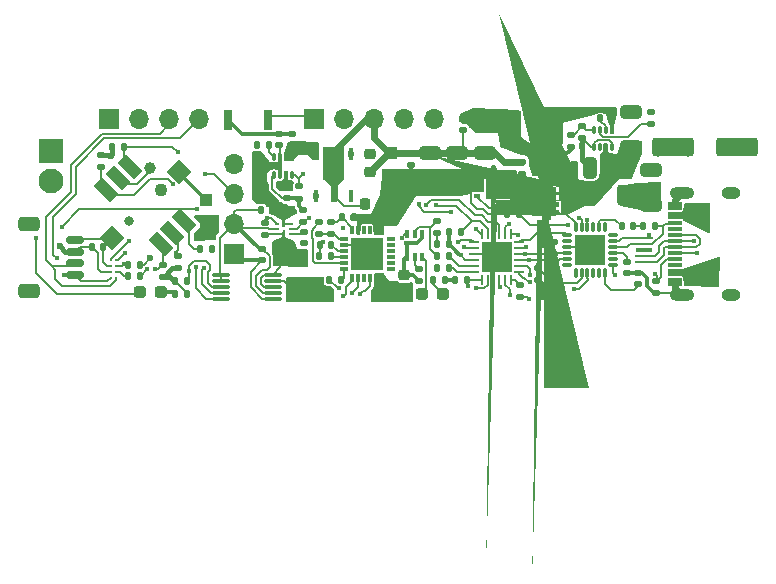
<source format=gbr>
%TF.GenerationSoftware,KiCad,Pcbnew,9.0.0*%
%TF.CreationDate,2025-05-19T18:24:25+02:00*%
%TF.ProjectId,CYPD3177_3.3V_V2_+_OLED,43595044-3331-4373-975f-332e33565f56,rev?*%
%TF.SameCoordinates,Original*%
%TF.FileFunction,Copper,L1,Top*%
%TF.FilePolarity,Positive*%
%FSLAX46Y46*%
G04 Gerber Fmt 4.6, Leading zero omitted, Abs format (unit mm)*
G04 Created by KiCad (PCBNEW 9.0.0) date 2025-05-19 18:24:25*
%MOMM*%
%LPD*%
G01*
G04 APERTURE LIST*
G04 Aperture macros list*
%AMRoundRect*
0 Rectangle with rounded corners*
0 $1 Rounding radius*
0 $2 $3 $4 $5 $6 $7 $8 $9 X,Y pos of 4 corners*
0 Add a 4 corners polygon primitive as box body*
4,1,4,$2,$3,$4,$5,$6,$7,$8,$9,$2,$3,0*
0 Add four circle primitives for the rounded corners*
1,1,$1+$1,$2,$3*
1,1,$1+$1,$4,$5*
1,1,$1+$1,$6,$7*
1,1,$1+$1,$8,$9*
0 Add four rect primitives between the rounded corners*
20,1,$1+$1,$2,$3,$4,$5,0*
20,1,$1+$1,$4,$5,$6,$7,0*
20,1,$1+$1,$6,$7,$8,$9,0*
20,1,$1+$1,$8,$9,$2,$3,0*%
%AMRotRect*
0 Rectangle, with rotation*
0 The origin of the aperture is its center*
0 $1 length*
0 $2 width*
0 $3 Rotation angle, in degrees counterclockwise*
0 Add horizontal line*
21,1,$1,$2,0,0,$3*%
%AMFreePoly0*
4,1,61,-0.141464,1.608536,-0.140000,1.605000,-0.140000,1.230000,0.990000,1.230000,0.993536,1.228536,0.995000,1.225000,0.995000,1.180000,1.290000,1.180000,1.293536,1.178536,1.295000,1.175000,1.295000,0.775000,1.293536,0.771464,1.290000,0.770000,0.995000,0.770000,0.995000,0.530000,1.290000,0.530000,1.293536,0.528536,1.295000,0.525000,1.295000,0.125000,1.293536,0.121464,
1.290000,0.120000,0.995000,0.120000,0.995000,-0.120000,1.290000,-0.120000,1.293536,-0.121464,1.295000,-0.125000,1.295000,-0.525000,1.293536,-0.528536,1.290000,-0.530000,0.995000,-0.530000,0.995000,-0.770000,1.290000,-0.770000,1.293536,-0.771464,1.295000,-0.775000,1.295000,-1.175000,1.293536,-1.178536,1.290000,-1.180000,0.995000,-1.180000,0.995000,-1.225000,0.993536,-1.228536,
0.990000,-1.230000,-0.140000,-1.230000,-0.140000,-1.605000,-0.141464,-1.608536,-0.145000,-1.610000,-0.575000,-1.610000,-0.578536,-1.608536,-0.580000,-1.605000,-0.580000,-1.230000,-0.990000,-1.230000,-0.993536,-1.228536,-0.995000,-1.225000,-0.995000,1.225000,-0.993536,1.228536,-0.990000,1.230000,-0.580000,1.230000,-0.580000,1.605000,-0.578536,1.608536,-0.575000,1.610000,-0.145000,1.610000,
-0.141464,1.608536,-0.141464,1.608536,$1*%
%AMFreePoly1*
4,1,23,0.885280,4.174580,0.889000,4.165600,0.889000,1.397000,0.885280,1.388020,0.884899,1.387654,0.254000,0.807226,0.254000,0.508000,0.250280,0.499020,0.241300,0.495300,0.241300,-0.508000,-0.241300,-0.508000,-0.241300,0.495300,-0.250280,0.499020,-0.254000,0.508000,-0.254000,0.807226,-0.884899,1.387654,-0.888989,1.396471,-0.889000,1.397000,-0.889000,4.165600,-0.885280,4.174580,
-0.876300,4.178300,0.876300,4.178300,0.885280,4.174580,0.885280,4.174580,$1*%
G04 Aperture macros list end*
%TA.AperFunction,SMDPad,CuDef*%
%ADD10RotRect,2.000000X1.000000X315.000000*%
%TD*%
%TA.AperFunction,ComponentPad*%
%ADD11C,0.800000*%
%TD*%
%TA.AperFunction,ComponentPad*%
%ADD12C,1.100000*%
%TD*%
%TA.AperFunction,SMDPad,CuDef*%
%ADD13RotRect,1.500000X1.500000X315.000000*%
%TD*%
%TA.AperFunction,SMDPad,CuDef*%
%ADD14RoundRect,0.135000X0.135000X0.185000X-0.135000X0.185000X-0.135000X-0.185000X0.135000X-0.185000X0*%
%TD*%
%TA.AperFunction,SMDPad,CuDef*%
%ADD15RoundRect,0.140000X-0.170000X0.140000X-0.170000X-0.140000X0.170000X-0.140000X0.170000X0.140000X0*%
%TD*%
%TA.AperFunction,ComponentPad*%
%ADD16R,1.700000X1.700000*%
%TD*%
%TA.AperFunction,ComponentPad*%
%ADD17O,1.700000X1.700000*%
%TD*%
%TA.AperFunction,SMDPad,CuDef*%
%ADD18RoundRect,0.135000X-0.185000X0.135000X-0.185000X-0.135000X0.185000X-0.135000X0.185000X0.135000X0*%
%TD*%
%TA.AperFunction,SMDPad,CuDef*%
%ADD19RoundRect,0.250000X0.300000X-0.300000X0.300000X0.300000X-0.300000X0.300000X-0.300000X-0.300000X0*%
%TD*%
%TA.AperFunction,SMDPad,CuDef*%
%ADD20RoundRect,0.237500X-0.287500X-0.237500X0.287500X-0.237500X0.287500X0.237500X-0.287500X0.237500X0*%
%TD*%
%TA.AperFunction,SMDPad,CuDef*%
%ADD21RoundRect,0.050000X0.100000X-0.285000X0.100000X0.285000X-0.100000X0.285000X-0.100000X-0.285000X0*%
%TD*%
%TA.AperFunction,SMDPad,CuDef*%
%ADD22RoundRect,0.250000X-0.650000X0.325000X-0.650000X-0.325000X0.650000X-0.325000X0.650000X0.325000X0*%
%TD*%
%TA.AperFunction,ComponentPad*%
%ADD23RoundRect,0.250001X-0.799999X0.799999X-0.799999X-0.799999X0.799999X-0.799999X0.799999X0.799999X0*%
%TD*%
%TA.AperFunction,ComponentPad*%
%ADD24C,2.100000*%
%TD*%
%TA.AperFunction,SMDPad,CuDef*%
%ADD25RoundRect,0.140000X0.170000X-0.140000X0.170000X0.140000X-0.170000X0.140000X-0.170000X-0.140000X0*%
%TD*%
%TA.AperFunction,SMDPad,CuDef*%
%ADD26RoundRect,0.140000X-0.140000X-0.170000X0.140000X-0.170000X0.140000X0.170000X-0.140000X0.170000X0*%
%TD*%
%TA.AperFunction,SMDPad,CuDef*%
%ADD27RoundRect,0.250000X0.300000X0.300000X-0.300000X0.300000X-0.300000X-0.300000X0.300000X-0.300000X0*%
%TD*%
%TA.AperFunction,SMDPad,CuDef*%
%ADD28RoundRect,0.250001X0.499999X0.999999X-0.499999X0.999999X-0.499999X-0.999999X0.499999X-0.999999X0*%
%TD*%
%TA.AperFunction,SMDPad,CuDef*%
%ADD29R,1.150000X0.300000*%
%TD*%
%TA.AperFunction,ComponentPad*%
%ADD30C,0.650000*%
%TD*%
%TA.AperFunction,HeatsinkPad*%
%ADD31O,2.100000X1.000000*%
%TD*%
%TA.AperFunction,HeatsinkPad*%
%ADD32O,1.600000X1.000000*%
%TD*%
%TA.AperFunction,SMDPad,CuDef*%
%ADD33RoundRect,0.250000X0.650000X-0.325000X0.650000X0.325000X-0.650000X0.325000X-0.650000X-0.325000X0*%
%TD*%
%TA.AperFunction,SMDPad,CuDef*%
%ADD34RoundRect,0.040000X0.120000X-0.290000X0.120000X0.290000X-0.120000X0.290000X-0.120000X-0.290000X0*%
%TD*%
%TA.AperFunction,SMDPad,CuDef*%
%ADD35RoundRect,0.135000X-0.135000X-0.185000X0.135000X-0.185000X0.135000X0.185000X-0.135000X0.185000X0*%
%TD*%
%TA.AperFunction,SMDPad,CuDef*%
%ADD36RoundRect,0.225000X0.250000X-0.225000X0.250000X0.225000X-0.250000X0.225000X-0.250000X-0.225000X0*%
%TD*%
%TA.AperFunction,SMDPad,CuDef*%
%ADD37R,0.500000X0.350000*%
%TD*%
%TA.AperFunction,SMDPad,CuDef*%
%ADD38FreePoly0,180.000000*%
%TD*%
%TA.AperFunction,SMDPad,CuDef*%
%ADD39RoundRect,0.150000X-0.625000X0.150000X-0.625000X-0.150000X0.625000X-0.150000X0.625000X0.150000X0*%
%TD*%
%TA.AperFunction,SMDPad,CuDef*%
%ADD40RoundRect,0.250000X-0.650000X0.350000X-0.650000X-0.350000X0.650000X-0.350000X0.650000X0.350000X0*%
%TD*%
%TA.AperFunction,SMDPad,CuDef*%
%ADD41RoundRect,0.075000X-0.350000X-0.075000X0.350000X-0.075000X0.350000X0.075000X-0.350000X0.075000X0*%
%TD*%
%TA.AperFunction,SMDPad,CuDef*%
%ADD42RoundRect,0.075000X-0.075000X-0.350000X0.075000X-0.350000X0.075000X0.350000X-0.075000X0.350000X0*%
%TD*%
%TA.AperFunction,HeatsinkPad*%
%ADD43R,2.650000X2.650000*%
%TD*%
%TA.AperFunction,SMDPad,CuDef*%
%ADD44RoundRect,0.135000X0.185000X-0.135000X0.185000X0.135000X-0.185000X0.135000X-0.185000X-0.135000X0*%
%TD*%
%TA.AperFunction,BGAPad,CuDef*%
%ADD45C,0.265000*%
%TD*%
%TA.AperFunction,SMDPad,CuDef*%
%ADD46RoundRect,0.250001X-0.624999X0.462499X-0.624999X-0.462499X0.624999X-0.462499X0.624999X0.462499X0*%
%TD*%
%TA.AperFunction,SMDPad,CuDef*%
%ADD47R,0.431800X1.016000*%
%TD*%
%TA.AperFunction,SMDPad,CuDef*%
%ADD48FreePoly1,0.000000*%
%TD*%
%TA.AperFunction,SMDPad,CuDef*%
%ADD49RoundRect,0.225000X0.225000X0.250000X-0.225000X0.250000X-0.225000X-0.250000X0.225000X-0.250000X0*%
%TD*%
%TA.AperFunction,SMDPad,CuDef*%
%ADD50RoundRect,0.250000X0.312500X0.625000X-0.312500X0.625000X-0.312500X-0.625000X0.312500X-0.625000X0*%
%TD*%
%TA.AperFunction,SMDPad,CuDef*%
%ADD51RoundRect,0.218750X0.218750X0.256250X-0.218750X0.256250X-0.218750X-0.256250X0.218750X-0.256250X0*%
%TD*%
%TA.AperFunction,SMDPad,CuDef*%
%ADD52R,0.800000X1.700000*%
%TD*%
%TA.AperFunction,SMDPad,CuDef*%
%ADD53R,0.450000X0.200000*%
%TD*%
%TA.AperFunction,SMDPad,CuDef*%
%ADD54R,0.250000X0.700000*%
%TD*%
%TA.AperFunction,SMDPad,CuDef*%
%ADD55RoundRect,0.025000X0.257500X0.075000X-0.257500X0.075000X-0.257500X-0.075000X0.257500X-0.075000X0*%
%TD*%
%TA.AperFunction,SMDPad,CuDef*%
%ADD56RoundRect,0.050000X0.232500X0.150000X-0.232500X0.150000X-0.232500X-0.150000X0.232500X-0.150000X0*%
%TD*%
%TA.AperFunction,SMDPad,CuDef*%
%ADD57FreePoly0,0.000000*%
%TD*%
%TA.AperFunction,SMDPad,CuDef*%
%ADD58RoundRect,0.100000X-0.100000X0.225000X-0.100000X-0.225000X0.100000X-0.225000X0.100000X0.225000X0*%
%TD*%
%TA.AperFunction,SMDPad,CuDef*%
%ADD59R,0.300000X0.800000*%
%TD*%
%TA.AperFunction,SMDPad,CuDef*%
%ADD60R,0.800000X0.300000*%
%TD*%
%TA.AperFunction,SMDPad,CuDef*%
%ADD61R,2.800000X2.800000*%
%TD*%
%TA.AperFunction,SMDPad,CuDef*%
%ADD62RoundRect,0.140000X0.140000X0.170000X-0.140000X0.170000X-0.140000X-0.170000X0.140000X-0.170000X0*%
%TD*%
%TA.AperFunction,SMDPad,CuDef*%
%ADD63RoundRect,0.062500X-0.350000X-0.062500X0.350000X-0.062500X0.350000X0.062500X-0.350000X0.062500X0*%
%TD*%
%TA.AperFunction,SMDPad,CuDef*%
%ADD64RoundRect,0.062500X-0.062500X-0.350000X0.062500X-0.350000X0.062500X0.350000X-0.062500X0.350000X0*%
%TD*%
%TA.AperFunction,HeatsinkPad*%
%ADD65R,2.600000X2.600000*%
%TD*%
%TA.AperFunction,SMDPad,CuDef*%
%ADD66RoundRect,0.250000X0.325000X0.650000X-0.325000X0.650000X-0.325000X-0.650000X0.325000X-0.650000X0*%
%TD*%
%TA.AperFunction,SMDPad,CuDef*%
%ADD67RoundRect,0.225000X-0.250000X0.225000X-0.250000X-0.225000X0.250000X-0.225000X0.250000X0.225000X0*%
%TD*%
%TA.AperFunction,SMDPad,CuDef*%
%ADD68RoundRect,0.075000X-0.650000X-0.075000X0.650000X-0.075000X0.650000X0.075000X-0.650000X0.075000X0*%
%TD*%
%TA.AperFunction,SMDPad,CuDef*%
%ADD69RoundRect,0.250000X-1.500000X-0.550000X1.500000X-0.550000X1.500000X0.550000X-1.500000X0.550000X0*%
%TD*%
%TA.AperFunction,ViaPad*%
%ADD70C,0.400000*%
%TD*%
%TA.AperFunction,ViaPad*%
%ADD71C,0.600000*%
%TD*%
%TA.AperFunction,ViaPad*%
%ADD72C,1.000000*%
%TD*%
%TA.AperFunction,ViaPad*%
%ADD73C,1.200000*%
%TD*%
%TA.AperFunction,Conductor*%
%ADD74C,0.200000*%
%TD*%
%TA.AperFunction,Conductor*%
%ADD75C,0.300000*%
%TD*%
%TA.AperFunction,Conductor*%
%ADD76C,0.400000*%
%TD*%
%TA.AperFunction,Conductor*%
%ADD77C,0.600000*%
%TD*%
%TA.AperFunction,Conductor*%
%ADD78C,0.150000*%
%TD*%
G04 APERTURE END LIST*
D10*
%TO.P,SW1,4,4*%
%TO.N,/Logic/SW_RIGHT*%
X114248047Y-89898148D03*
%TO.P,SW1,1,1*%
%TO.N,/Logic/SW_UP*%
X109651852Y-85301953D03*
%TO.P,SW1,2,2*%
%TO.N,GND*%
X108661903Y-86291903D03*
%TO.P,SW1,3,3*%
%TO.N,/Logic/SW_LEFT*%
X107671953Y-87281852D03*
%TO.P,SW1,6,6*%
%TO.N,/Logic/SW_DOWN*%
X112268148Y-91878047D03*
%TO.P,SW1,5,5*%
%TO.N,/Logic/SW_PRESS*%
X113258097Y-90888097D03*
D11*
%TO.P,SW1,*%
%TO.N,*%
X109616497Y-89933503D03*
D12*
X112303503Y-87246497D03*
D13*
%TO.P,SW1,7,7*%
%TO.N,GND*%
X113795498Y-85754502D03*
%TO.P,SW1,8,8*%
X108145715Y-91390143D03*
%TD*%
D14*
%TO.P,R12,1*%
%TO.N,+3.3V*%
X110520000Y-94550000D03*
%TO.P,R12,2*%
%TO.N,Net-(U1-OE)*%
X109500000Y-94550000D03*
%TD*%
%TO.P,R4,1*%
%TO.N,Net-(IC1-ILIM)*%
X126700000Y-92850000D03*
%TO.P,R4,2*%
%TO.N,GND*%
X125680000Y-92850000D03*
%TD*%
D15*
%TO.P,C20,1*%
%TO.N,GND*%
X122320000Y-82530000D03*
%TO.P,C20,2*%
%TO.N,/Power_selection/Logic_Voltage*%
X122320000Y-83490000D03*
%TD*%
D16*
%TO.P,J7,1,Pin_1*%
%TO.N,/Logic/UPDI*%
X125215000Y-81260000D03*
D17*
%TO.P,J7,2,Pin_2*%
%TO.N,+5V*%
X127755000Y-81260000D03*
%TO.P,J7,3,Pin_3*%
%TO.N,GND*%
X130295000Y-81260000D03*
%TO.P,J7,4,Pin_4*%
%TO.N,/Logic/RX*%
X132835000Y-81260000D03*
%TO.P,J7,5,Pin_5*%
%TO.N,/Logic/TX*%
X135375000Y-81260000D03*
%TD*%
D18*
%TO.P,R27,1*%
%TO.N,/Logic/Load_Monitor_VBUS*%
X142700000Y-95290000D03*
%TO.P,R27,2*%
%TO.N,GND*%
X142700000Y-96310000D03*
%TD*%
D19*
%TO.P,D6,1,K*%
%TO.N,/Logic/Rail_2*%
X116075000Y-90950000D03*
%TO.P,D6,2,A*%
%TO.N,GND*%
X116075000Y-88150000D03*
%TD*%
%TO.P,D5,1,K*%
%TO.N,/Power/VBUS_Finale*%
X131800000Y-86975000D03*
%TO.P,D5,2,A*%
%TO.N,GND*%
X131800000Y-84175000D03*
%TD*%
D20*
%TO.P,D2,1,K*%
%TO.N,Net-(D2-K)*%
X134425000Y-96100000D03*
%TO.P,D2,2,A*%
%TO.N,Net-(D2-A)*%
X136175000Y-96100000D03*
%TD*%
D21*
%TO.P,U8,1,GND*%
%TO.N,GND*%
X121850000Y-85980000D03*
%TO.P,U8,2,VOUT*%
%TO.N,/Power_selection/Logic_Voltage*%
X122350000Y-85980000D03*
%TO.P,U8,3,VIN1*%
%TO.N,+5V*%
X122850000Y-85980000D03*
%TO.P,U8,4,PR1*%
%TO.N,/Logic/LOGIC_Selection*%
X123350000Y-85980000D03*
%TO.P,U8,5,MODE*%
%TO.N,+3.3V*%
X123350000Y-84500000D03*
%TO.P,U8,6,VIN2*%
X122850000Y-84500000D03*
%TO.P,U8,7,VOUT*%
%TO.N,/Power_selection/Logic_Voltage*%
X122350000Y-84500000D03*
%TO.P,U8,8,ST*%
%TO.N,/Logic/LOGIC_Report*%
X121850000Y-84500000D03*
%TD*%
D22*
%TO.P,C10,1*%
%TO.N,+5V*%
X139700000Y-81225000D03*
%TO.P,C10,2*%
%TO.N,GND*%
X139700000Y-84175000D03*
%TD*%
D23*
%TO.P,J2,1,Pin_1*%
%TO.N,GND*%
X103000000Y-84000000D03*
D24*
%TO.P,J2,2,Pin_2*%
%TO.N,/Logic/Rail_2*%
X103000000Y-86540000D03*
%TD*%
D25*
%TO.P,C19,1*%
%TO.N,GND*%
X123000000Y-87990000D03*
%TO.P,C19,2*%
%TO.N,+5V*%
X123000000Y-87030000D03*
%TD*%
D26*
%TO.P,C1,1*%
%TO.N,+3.3V*%
X106440000Y-92100000D03*
%TO.P,C1,2*%
%TO.N,GND*%
X107400000Y-92100000D03*
%TD*%
D14*
%TO.P,R20,1*%
%TO.N,Net-(U6-VOUT)*%
X142610000Y-89325000D03*
%TO.P,R20,2*%
%TO.N,/Power/VBUS_Finale*%
X141590000Y-89325000D03*
%TD*%
D27*
%TO.P,D7,1,K*%
%TO.N,/Power/Measured_VBUS*%
X147050000Y-85500000D03*
%TO.P,D7,2,A*%
%TO.N,+5V*%
X144250000Y-85500000D03*
%TD*%
D28*
%TO.P,L1,1,1*%
%TO.N,Net-(U4-SW)*%
X145550000Y-82150000D03*
%TO.P,L1,2,2*%
%TO.N,+5V*%
X141850000Y-82150000D03*
%TD*%
D29*
%TO.P,J1,A1,GND*%
%TO.N,GND*%
X155800000Y-95210000D03*
D30*
%TO.P,J1,A4,VBUS*%
%TO.N,/Power/VBUS*%
X156865000Y-94750000D03*
D29*
X155800000Y-94410000D03*
%TO.P,J1,A5,CC1*%
%TO.N,/Power/CC1*%
X155800000Y-93110000D03*
%TO.P,J1,A6,D+*%
%TO.N,/Power/USB_P*%
X155800000Y-92110000D03*
%TO.P,J1,A7,D-*%
%TO.N,/Power/USB_N*%
X155800000Y-91610000D03*
%TO.P,J1,A8*%
%TO.N,N/C*%
X155800000Y-90610000D03*
%TO.P,J1,A9,VBUS*%
%TO.N,/Power/VBUS*%
X155800000Y-89310000D03*
D30*
X156865000Y-88970000D03*
D29*
%TO.P,J1,A12,GND*%
%TO.N,GND*%
X155800000Y-88510000D03*
%TO.P,J1,B1,GND*%
X155800000Y-88810000D03*
%TO.P,J1,B4,VBUS*%
%TO.N,/Power/VBUS*%
X155800000Y-89610000D03*
%TO.P,J1,B5,CC2*%
%TO.N,/Power/CC2*%
X155800000Y-90110000D03*
%TO.P,J1,B6,D+*%
%TO.N,/Power/USB_P*%
X155800000Y-91110000D03*
%TO.P,J1,B7,D-*%
%TO.N,/Power/USB_N*%
X155800000Y-92610000D03*
%TO.P,J1,B8*%
%TO.N,N/C*%
X155800000Y-93610000D03*
%TO.P,J1,B9,VBUS*%
%TO.N,/Power/VBUS*%
X155800000Y-94110000D03*
%TO.P,J1,B12,GND*%
%TO.N,GND*%
X155800000Y-94910000D03*
D31*
%TO.P,J1,S1,SHIELD*%
X156365000Y-96180000D03*
D32*
X160545000Y-96180000D03*
D31*
X156365000Y-87540000D03*
D32*
X160545000Y-87540000D03*
%TD*%
D33*
%TO.P,C24,1*%
%TO.N,/Power/VBUS_Finale*%
X137360000Y-87135000D03*
%TO.P,C24,2*%
%TO.N,GND*%
X137360000Y-84185000D03*
%TD*%
D34*
%TO.P,U4,1,RT*%
%TO.N,GND*%
X148978494Y-83670000D03*
%TO.P,U4,2,EN*%
%TO.N,unconnected-(U4-EN-Pad2)*%
X149478494Y-83670000D03*
%TO.P,U4,3,VIN*%
%TO.N,/Power/Measured_VBUS*%
X149978494Y-83670000D03*
%TO.P,U4,4,GND*%
%TO.N,GND*%
X150478494Y-83670000D03*
%TO.P,U4,5,SW*%
%TO.N,Net-(U4-SW)*%
X150478494Y-82200000D03*
%TO.P,U4,6,BST*%
%TO.N,Net-(U4-BST)*%
X149978494Y-82200000D03*
%TO.P,U4,7,Status*%
%TO.N,/Logic/Buck_Status*%
X149478494Y-82200000D03*
%TO.P,U4,8,FB*%
%TO.N,Net-(U4-FB)*%
X148978494Y-82200000D03*
%TD*%
D35*
%TO.P,R25,1*%
%TO.N,+5V*%
X137170000Y-94890000D03*
%TO.P,R25,2*%
%TO.N,/Logic/VBUS_Fault*%
X138190000Y-94890000D03*
%TD*%
D36*
%TO.P,C18,1*%
%TO.N,/Logic/Rail_2_IN*%
X132900000Y-96050000D03*
%TO.P,C18,2*%
%TO.N,GND*%
X132900000Y-94500000D03*
%TD*%
D18*
%TO.P,R34,1*%
%TO.N,+5V*%
X153800000Y-80680000D03*
%TO.P,R34,2*%
%TO.N,/Logic/Buck_Status*%
X153800000Y-81700000D03*
%TD*%
D15*
%TO.P,C22,1*%
%TO.N,Net-(IC2-CT)*%
X124375000Y-90820000D03*
%TO.P,C22,2*%
%TO.N,GND*%
X124375000Y-91780000D03*
%TD*%
D37*
%TO.P,U5,1*%
%TO.N,/Power/Measured_VBUS*%
X146485000Y-89200000D03*
%TO.P,U5,2*%
X146485000Y-88550000D03*
%TO.P,U5,3*%
X146485000Y-87900000D03*
%TO.P,U5,4*%
%TO.N,Net-(U6-PWR_EN)*%
X146485000Y-87250000D03*
D38*
%TO.P,U5,5_8*%
%TO.N,Net-(U5-Pad5_8)*%
X144725000Y-88225000D03*
%TD*%
D39*
%TO.P,J6,1,Pin_1*%
%TO.N,GND*%
X105000000Y-91500000D03*
%TO.P,J6,2,Pin_2*%
%TO.N,+3.3V*%
X105000000Y-92500000D03*
%TO.P,J6,3,Pin_3*%
%TO.N,/Logic/SCL_3.3v*%
X105000000Y-93500000D03*
%TO.P,J6,4,Pin_4*%
%TO.N,/Logic/SDA_3.3v*%
X105000000Y-94500000D03*
D40*
%TO.P,J6,MP*%
%TO.N,N/C*%
X101125000Y-90200000D03*
X101125000Y-95800000D03*
%TD*%
D26*
%TO.P,C2,1*%
%TO.N,+5V*%
X109520000Y-93600000D03*
%TO.P,C2,2*%
%TO.N,GND*%
X110480000Y-93600000D03*
%TD*%
D41*
%TO.P,U6,1,ISENP*%
%TO.N,/Power/VBUS*%
X146700000Y-91110000D03*
%TO.P,U6,2,NC*%
%TO.N,unconnected-(U6-NC-Pad2)*%
X146700000Y-91610000D03*
%TO.P,U6,3,GND*%
%TO.N,GND*%
X146700000Y-92110000D03*
%TO.P,U6,4,SDA*%
%TO.N,/Logic/SCL*%
X146700000Y-92610000D03*
%TO.P,U6,5,SCL*%
%TO.N,/Logic/SDA*%
X146700000Y-93110000D03*
%TO.P,U6,6,FLIP*%
%TO.N,unconnected-(U6-FLIP-Pad6)*%
X146700000Y-93610000D03*
D42*
%TO.P,U6,7,NC*%
%TO.N,unconnected-(U6-NC-Pad7)*%
X147400000Y-94310000D03*
%TO.P,U6,8,LED*%
%TO.N,/Power/PD_LED*%
X147900000Y-94310000D03*
%TO.P,U6,9,INT*%
%TO.N,/Logic/PD_Int*%
X148400000Y-94310000D03*
%TO.P,U6,10,NC*%
%TO.N,unconnected-(U6-NC-Pad10)*%
X148900000Y-94310000D03*
%TO.P,U6,11,NC*%
%TO.N,unconnected-(U6-NC-Pad11)*%
X149400000Y-94310000D03*
%TO.P,U6,12,V18*%
%TO.N,/Power/V18*%
X149900000Y-94310000D03*
D41*
%TO.P,U6,13,OTP*%
%TO.N,/Power/NTC*%
X150600000Y-93610000D03*
%TO.P,U6,14,NC*%
%TO.N,unconnected-(U6-NC-Pad14)*%
X150600000Y-93110000D03*
%TO.P,U6,15,IFB*%
%TO.N,/Power/IFB*%
X150600000Y-92610000D03*
%TO.P,U6,16,CC2*%
%TO.N,/Power/CC2*%
X150600000Y-92110000D03*
%TO.P,U6,17,CC1*%
%TO.N,/Power/CC1*%
X150600000Y-91610000D03*
%TO.P,U6,18,DN*%
%TO.N,unconnected-(U6-DN-Pad18)*%
X150600000Y-91110000D03*
D42*
%TO.P,U6,19,DP*%
%TO.N,unconnected-(U6-DP-Pad19)*%
X149900000Y-90410000D03*
%TO.P,U6,20,V5V*%
%TO.N,/Power/V5V*%
X149400000Y-90410000D03*
%TO.P,U6,21,NC*%
%TO.N,unconnected-(U6-NC-Pad21)*%
X148900000Y-90410000D03*
%TO.P,U6,22,VOUT*%
%TO.N,Net-(U6-VOUT)*%
X148400000Y-90410000D03*
%TO.P,U6,23,PWR_EN*%
%TO.N,Net-(U6-PWR_EN)*%
X147900000Y-90410000D03*
%TO.P,U6,24,VCC*%
%TO.N,/Power/Measured_VBUS*%
X147400000Y-90410000D03*
D43*
%TO.P,U6,25,EP*%
%TO.N,GND*%
X148650000Y-92360000D03*
%TD*%
D44*
%TO.P,R18,1*%
%TO.N,+5V*%
X146978494Y-83620000D03*
%TO.P,R18,2*%
%TO.N,Net-(U4-FB)*%
X146978494Y-82600000D03*
%TD*%
D35*
%TO.P,R11,1*%
%TO.N,Net-(D1-A)*%
X113440000Y-96050000D03*
%TO.P,R11,2*%
%TO.N,+5V*%
X114460000Y-96050000D03*
%TD*%
D45*
%TO.P,U1,1,SDA_B*%
%TO.N,/Logic/SDA*%
X108020000Y-93240000D03*
%TO.P,U1,2,GND*%
%TO.N,GND*%
X108020000Y-93740000D03*
%TO.P,U1,3,VCCA*%
%TO.N,+3.3V*%
X108020000Y-94240000D03*
%TO.P,U1,4,SDA_A*%
%TO.N,/Logic/SDA_3.3v*%
X108020000Y-94740000D03*
%TO.P,U1,5,SCL_A*%
%TO.N,/Logic/SCL_3.3v*%
X108520000Y-94740000D03*
%TO.P,U1,6,OE*%
%TO.N,Net-(U1-OE)*%
X108520000Y-94240000D03*
%TO.P,U1,7,VCCB*%
%TO.N,+5V*%
X108520000Y-93740000D03*
%TO.P,U1,8,SCL_B*%
%TO.N,/Logic/SCL*%
X108520000Y-93240000D03*
%TD*%
D26*
%TO.P,C21,1*%
%TO.N,GND*%
X120760000Y-88965000D03*
%TO.P,C21,2*%
%TO.N,/Power_selection/Logic_Voltage*%
X121720000Y-88965000D03*
%TD*%
D18*
%TO.P,R23,1*%
%TO.N,Net-(IC1-MODE)*%
X125690000Y-90010000D03*
%TO.P,R23,2*%
%TO.N,Net-(IC1-OVP)*%
X125690000Y-91030000D03*
%TD*%
D44*
%TO.P,TH1,1*%
%TO.N,/Power/NTC*%
X142825000Y-85925000D03*
%TO.P,TH1,2*%
%TO.N,GND*%
X142825000Y-84905000D03*
%TD*%
D16*
%TO.P,J5,1,Pin_1*%
%TO.N,+5V*%
X118500000Y-92700000D03*
D17*
%TO.P,J5,2,Pin_2*%
%TO.N,GND*%
X118500000Y-90160000D03*
%TO.P,J5,3,Pin_3*%
%TO.N,/Logic/SCL*%
X118500000Y-87620000D03*
%TO.P,J5,4,Pin_4*%
%TO.N,/Logic/SDA*%
X118500000Y-85080000D03*
%TD*%
D35*
%TO.P,R32,1*%
%TO.N,+5V*%
X113455000Y-95025000D03*
%TO.P,R32,2*%
%TO.N,/Logic/INA_ALERT*%
X114475000Y-95025000D03*
%TD*%
D46*
%TO.P,R33,1,1*%
%TO.N,/Logic/Rail_2_IN*%
X123820000Y-93112500D03*
%TO.P,R33,2,2*%
%TO.N,/Logic/Rail_2*%
X123820000Y-96087500D03*
%TD*%
D35*
%TO.P,R21,1*%
%TO.N,Net-(IC1-UVLO)*%
X127590000Y-89600000D03*
%TO.P,R21,2*%
%TO.N,/Power/VBUS_Finale*%
X128610000Y-89600000D03*
%TD*%
D33*
%TO.P,C12,1*%
%TO.N,/Power/VBUS_Finale*%
X135050000Y-87135000D03*
%TO.P,C12,2*%
%TO.N,GND*%
X135050000Y-84185000D03*
%TD*%
D18*
%TO.P,R15,1*%
%TO.N,/Power/CC1*%
X154240000Y-95025000D03*
%TO.P,R15,2*%
%TO.N,GND*%
X154240000Y-96045000D03*
%TD*%
D14*
%TO.P,R24,1*%
%TO.N,/Logic/LOGIC_SW*%
X127560000Y-94890000D03*
%TO.P,R24,2*%
%TO.N,GND*%
X126540000Y-94890000D03*
%TD*%
D44*
%TO.P,R30,1*%
%TO.N,/Logic/VBUS_SW*%
X124330000Y-90020000D03*
%TO.P,R30,2*%
%TO.N,GND*%
X124330000Y-89000000D03*
%TD*%
D14*
%TO.P,R14,1*%
%TO.N,/Power/CC2*%
X154125000Y-90375000D03*
%TO.P,R14,2*%
%TO.N,GND*%
X153105000Y-90375000D03*
%TD*%
D44*
%TO.P,R22,1*%
%TO.N,Net-(IC1-OVP)*%
X126660000Y-91030000D03*
%TO.P,R22,2*%
%TO.N,Net-(IC1-UVLO)*%
X126660000Y-90010000D03*
%TD*%
D14*
%TO.P,R13,1*%
%TO.N,/Logic/UPDI*%
X137700000Y-90825000D03*
%TO.P,R13,2*%
%TO.N,+5V*%
X136680000Y-90825000D03*
%TD*%
D35*
%TO.P,R5,1*%
%TO.N,Net-(D2-A)*%
X135330000Y-94900000D03*
%TO.P,R5,2*%
%TO.N,+5V*%
X136350000Y-94900000D03*
%TD*%
D44*
%TO.P,R26,1*%
%TO.N,+5V*%
X112425000Y-94635000D03*
%TO.P,R26,2*%
%TO.N,/Logic/SW_DOWN*%
X112425000Y-93615000D03*
%TD*%
D47*
%TO.P,U3,1,CE*%
%TO.N,+5V*%
X125400000Y-87755200D03*
D48*
%TO.P,U3,2,VSS*%
%TO.N,GND*%
X126900000Y-87755200D03*
D47*
%TO.P,U3,3,NC*%
%TO.N,unconnected-(U3-NC-Pad3)*%
X128400000Y-87755200D03*
%TO.P,U3,4,VIN*%
%TO.N,+5V*%
X128400000Y-84250000D03*
%TO.P,U3,5,VOUT*%
%TO.N,+3.3V*%
X125400000Y-84250000D03*
%TD*%
D16*
%TO.P,J8,1,Pin_1*%
%TO.N,+3.3V*%
X107920000Y-81290000D03*
D17*
%TO.P,J8,2,Pin_2*%
%TO.N,GND*%
X110460000Y-81290000D03*
%TO.P,J8,3,Pin_3*%
%TO.N,/Logic/SCL_3.3v*%
X113000000Y-81290000D03*
%TO.P,J8,4,Pin_4*%
%TO.N,/Logic/SDA_3.3v*%
X115540000Y-81290000D03*
%TD*%
D49*
%TO.P,C16,1*%
%TO.N,/Power/VBUS_Finale*%
X131125000Y-88500000D03*
%TO.P,C16,2*%
%TO.N,GND*%
X129575000Y-88500000D03*
%TD*%
D50*
%TO.P,R17,1*%
%TO.N,/Power/VBUS*%
X151500000Y-87725000D03*
%TO.P,R17,2*%
%TO.N,/Power/Measured_VBUS*%
X148575000Y-87725000D03*
%TD*%
D18*
%TO.P,R35,1*%
%TO.N,+5V*%
X145530000Y-91670000D03*
%TO.P,R35,2*%
%TO.N,/Logic/SCL*%
X145530000Y-92690000D03*
%TD*%
%TO.P,R6,1*%
%TO.N,Net-(Q1-G2)*%
X134110000Y-93990000D03*
%TO.P,R6,2*%
%TO.N,GND*%
X134110000Y-95010000D03*
%TD*%
D51*
%TO.P,D4,1,K*%
%TO.N,GND*%
X146087500Y-96100000D03*
%TO.P,D4,2,A*%
%TO.N,Net-(D4-A)*%
X144512500Y-96100000D03*
%TD*%
D26*
%TO.P,C14,1*%
%TO.N,/Power/V5V*%
X151295000Y-90375000D03*
%TO.P,C14,2*%
%TO.N,GND*%
X152255000Y-90375000D03*
%TD*%
D44*
%TO.P,R31,1*%
%TO.N,/Logic/Rail_2_IN*%
X121100000Y-91110000D03*
%TO.P,R31,2*%
%TO.N,/Logic/PGOOD_Logic*%
X121100000Y-90090000D03*
%TD*%
D33*
%TO.P,C7,1*%
%TO.N,/Power/VBUS*%
X153750000Y-88525000D03*
%TO.P,C7,2*%
%TO.N,GND*%
X153750000Y-85575000D03*
%TD*%
D18*
%TO.P,R36,1*%
%TO.N,/Logic/SDA*%
X145510000Y-93560000D03*
%TO.P,R36,2*%
%TO.N,+5V*%
X145510000Y-94580000D03*
%TD*%
D52*
%TO.P,SW2,1,1*%
%TO.N,/Logic/UPDI*%
X121330000Y-81350000D03*
%TO.P,SW2,2,2*%
%TO.N,GND*%
X117930000Y-81350000D03*
%TD*%
D18*
%TO.P,R19,1*%
%TO.N,/Power/PD_LED*%
X144240000Y-93890000D03*
%TO.P,R19,2*%
%TO.N,Net-(D4-A)*%
X144240000Y-94910000D03*
%TD*%
D15*
%TO.P,C13,1*%
%TO.N,/Power/IFB*%
X151760000Y-93390000D03*
%TO.P,C13,2*%
%TO.N,GND*%
X151760000Y-94350000D03*
%TD*%
D18*
%TO.P,R9,1*%
%TO.N,Net-(Q1-G1)*%
X135680000Y-89880000D03*
%TO.P,R9,2*%
%TO.N,GND*%
X135680000Y-90900000D03*
%TD*%
D25*
%TO.P,C25,1*%
%TO.N,/Power/VBUS_Finale*%
X133425000Y-85130000D03*
%TO.P,C25,2*%
%TO.N,GND*%
X133425000Y-84170000D03*
%TD*%
D15*
%TO.P,C11,1*%
%TO.N,+5V*%
X137900000Y-81240000D03*
%TO.P,C11,2*%
%TO.N,GND*%
X137900000Y-82200000D03*
%TD*%
D53*
%TO.P,IC2,1,VBIAS*%
%TO.N,/Power_selection/Logic_Voltage*%
X123300000Y-90175000D03*
D54*
%TO.P,IC2,2,VIN*%
X122700000Y-90100000D03*
D53*
%TO.P,IC2,3,PG*%
%TO.N,/Logic/PGOOD_Logic*%
X122100000Y-90175000D03*
%TO.P,IC2,4,GND*%
%TO.N,GND*%
X122100000Y-90575000D03*
%TO.P,IC2,5,QOD*%
%TO.N,/Logic/Rail_2_IN*%
X122100000Y-90975000D03*
D54*
%TO.P,IC2,6,VOUT*%
X122700000Y-91050000D03*
D53*
%TO.P,IC2,7,CT*%
%TO.N,Net-(IC2-CT)*%
X123300000Y-90975000D03*
%TO.P,IC2,8,ON*%
%TO.N,/Logic/VBUS_SW*%
X123300000Y-90575000D03*
%TD*%
D14*
%TO.P,R29,1*%
%TO.N,/Logic/LOGIC_Report*%
X121400000Y-83440000D03*
%TO.P,R29,2*%
%TO.N,+5V*%
X120380000Y-83440000D03*
%TD*%
D44*
%TO.P,R28,1*%
%TO.N,GND*%
X124000000Y-88010000D03*
%TO.P,R28,2*%
%TO.N,/Logic/LOGIC_Selection*%
X124000000Y-86990000D03*
%TD*%
D55*
%TO.P,D3,1,CH1*%
%TO.N,/Power/USB_P*%
X153600000Y-93375000D03*
%TO.P,D3,2,CH2*%
%TO.N,/Power/USB_N*%
X153600000Y-92875000D03*
D56*
%TO.P,D3,3,GND*%
%TO.N,GND*%
X153600000Y-92375000D03*
D55*
%TO.P,D3,4,CH3*%
%TO.N,/Power/CC2*%
X153600000Y-91875000D03*
%TO.P,D3,5,CH4*%
%TO.N,/Power/CC1*%
X153600000Y-91375000D03*
%TO.P,D3,6*%
X152765000Y-91375000D03*
%TO.P,D3,7*%
%TO.N,/Power/CC2*%
X152765000Y-91875000D03*
D56*
%TO.P,D3,8,GND*%
%TO.N,GND*%
X152765000Y-92375000D03*
D55*
%TO.P,D3,9*%
%TO.N,/Power/USB_N*%
X152765000Y-92875000D03*
%TO.P,D3,10*%
%TO.N,/Power/USB_P*%
X152765000Y-93375000D03*
%TD*%
D25*
%TO.P,C6,1*%
%TO.N,+3.3V*%
X123390000Y-83480000D03*
%TO.P,C6,2*%
%TO.N,GND*%
X123390000Y-82520000D03*
%TD*%
D37*
%TO.P,U7,1*%
%TO.N,/Power/VBUS_Finale*%
X139050000Y-85850000D03*
%TO.P,U7,2*%
X139050000Y-86500000D03*
%TO.P,U7,3*%
X139050000Y-87150000D03*
%TO.P,U7,4*%
%TO.N,Net-(U6-PWR_EN)*%
X139050000Y-87800000D03*
D57*
%TO.P,U7,5_8*%
%TO.N,Net-(U5-Pad5_8)*%
X140810000Y-86825000D03*
%TD*%
D20*
%TO.P,D1,1,K*%
%TO.N,Net-(D1-K)*%
X110500000Y-95925000D03*
%TO.P,D1,2,A*%
%TO.N,Net-(D1-A)*%
X112250000Y-95925000D03*
%TD*%
D35*
%TO.P,R8,1*%
%TO.N,Net-(Q1-G1)*%
X135660000Y-92880000D03*
%TO.P,R8,2*%
%TO.N,/Logic/PowerLED_EN*%
X136680000Y-92880000D03*
%TD*%
D58*
%TO.P,Q1,1,S1*%
%TO.N,GND*%
X134410000Y-91030000D03*
%TO.P,Q1,2,G1*%
%TO.N,Net-(Q1-G1)*%
X133760000Y-91030000D03*
%TO.P,Q1,3,D2*%
%TO.N,Net-(D1-K)*%
X133110000Y-91030000D03*
%TO.P,Q1,4,S2*%
%TO.N,GND*%
X133110000Y-92930000D03*
%TO.P,Q1,5,G2*%
%TO.N,Net-(Q1-G2)*%
X133760000Y-92930000D03*
%TO.P,Q1,6,D1*%
%TO.N,Net-(D2-K)*%
X134410000Y-92930000D03*
%TD*%
D59*
%TO.P,IC1,1,IN_1*%
%TO.N,/Power/VBUS_Finale*%
X131000000Y-90700000D03*
%TO.P,IC1,2,IN_2*%
X130500000Y-90700000D03*
%TO.P,IC1,3,N.C_1*%
%TO.N,unconnected-(IC1-N.C_1-Pad3)*%
X130000000Y-90700000D03*
%TO.P,IC1,4,N.C_2*%
%TO.N,unconnected-(IC1-N.C_2-Pad4)*%
X129500000Y-90700000D03*
%TO.P,IC1,5,P_IN*%
%TO.N,/Power/VBUS_Finale*%
X129000000Y-90700000D03*
%TO.P,IC1,6,UVLO*%
%TO.N,Net-(IC1-UVLO)*%
X128500000Y-90700000D03*
D60*
%TO.P,IC1,7,OVP*%
%TO.N,Net-(IC1-OVP)*%
X127750000Y-91450000D03*
%TO.P,IC1,8,GND*%
%TO.N,GND*%
X127750000Y-91950000D03*
%TO.P,IC1,9,DVDT*%
%TO.N,Net-(IC1-DVDT)*%
X127750000Y-92450000D03*
%TO.P,IC1,10,ILIM*%
%TO.N,Net-(IC1-ILIM)*%
X127750000Y-92950000D03*
%TO.P,IC1,11,MODE*%
%TO.N,Net-(IC1-MODE)*%
X127750000Y-93450000D03*
%TO.P,IC1,12,~{SHDN}*%
%TO.N,/Logic/LOGIC_SW*%
X127750000Y-93950000D03*
D59*
%TO.P,IC1,13,IMON*%
%TO.N,/Logic/Load_Monitor_VBUS*%
X128500000Y-94700000D03*
%TO.P,IC1,14,~{FLT}*%
%TO.N,/Logic/VBUS_Fault*%
X129000000Y-94700000D03*
%TO.P,IC1,15,N.C_3*%
%TO.N,unconnected-(IC1-N.C_3-Pad15)*%
X129500000Y-94700000D03*
%TO.P,IC1,16,PGOOD*%
%TO.N,GND*%
X130000000Y-94700000D03*
%TO.P,IC1,17,OUT_1*%
%TO.N,/Logic/Rail_2_IN*%
X130500000Y-94700000D03*
%TO.P,IC1,18,OUT_2*%
X131000000Y-94700000D03*
D60*
%TO.P,IC1,19,N.C_4*%
%TO.N,unconnected-(IC1-N.C_4-Pad19)*%
X131750000Y-93950000D03*
%TO.P,IC1,20,N.C_5*%
%TO.N,unconnected-(IC1-N.C_5-Pad20)*%
X131750000Y-93450000D03*
%TO.P,IC1,21,N.C_6*%
%TO.N,unconnected-(IC1-N.C_6-Pad21)*%
X131750000Y-92950000D03*
%TO.P,IC1,22,N.C_7*%
%TO.N,unconnected-(IC1-N.C_7-Pad22)*%
X131750000Y-92450000D03*
%TO.P,IC1,23,N.C_8*%
%TO.N,unconnected-(IC1-N.C_8-Pad23)*%
X131750000Y-91950000D03*
%TO.P,IC1,24,N.C_9*%
%TO.N,unconnected-(IC1-N.C_9-Pad24)*%
X131750000Y-91450000D03*
D61*
%TO.P,IC1,25,GND*%
%TO.N,GND*%
X129750000Y-92700000D03*
%TD*%
D33*
%TO.P,C28,1*%
%TO.N,/Power/Measured_VBUS*%
X152100000Y-83675000D03*
%TO.P,C28,2*%
%TO.N,GND*%
X152100000Y-80725000D03*
%TD*%
D62*
%TO.P,C3,1*%
%TO.N,+5V*%
X136640000Y-91850000D03*
%TO.P,C3,2*%
%TO.N,GND*%
X135680000Y-91850000D03*
%TD*%
D18*
%TO.P,R16,1*%
%TO.N,Net-(U4-FB)*%
X147978494Y-81900000D03*
%TO.P,R16,2*%
%TO.N,GND*%
X147978494Y-82920000D03*
%TD*%
D44*
%TO.P,R10,1*%
%TO.N,+5V*%
X113725000Y-93925000D03*
%TO.P,R10,2*%
%TO.N,/Logic/SW_PRESS*%
X113725000Y-92905000D03*
%TD*%
D35*
%TO.P,R1,1*%
%TO.N,+5V*%
X108170000Y-83630000D03*
%TO.P,R1,2*%
%TO.N,/Logic/SW_UP*%
X109190000Y-83630000D03*
%TD*%
%TO.P,R7,1*%
%TO.N,Net-(Q1-G2)*%
X135650000Y-93890000D03*
%TO.P,R7,2*%
%TO.N,/Logic/Failer_EN*%
X136670000Y-93890000D03*
%TD*%
D63*
%TO.P,U9,1,PA2*%
%TO.N,/Logic/SW_RIGHT*%
X138762500Y-91687500D03*
%TO.P,U9,2,PA3*%
%TO.N,/Logic/INA_ALERT*%
X138762500Y-92187500D03*
%TO.P,U9,3,GND*%
%TO.N,GND*%
X138762500Y-92687500D03*
%TO.P,U9,4,VCC*%
%TO.N,+5V*%
X138762500Y-93187500D03*
%TO.P,U9,5,PA4*%
%TO.N,/Logic/PowerLED_EN*%
X138762500Y-93687500D03*
%TO.P,U9,6,PA5*%
%TO.N,/Logic/Failer_EN*%
X138762500Y-94187500D03*
D64*
%TO.P,U9,7,PA6*%
%TO.N,/Logic/VBUS_Fault*%
X139450000Y-94875000D03*
%TO.P,U9,8,PA7*%
%TO.N,/Logic/LOGIC_SW*%
X139950000Y-94875000D03*
%TO.P,U9,9,PB7*%
%TO.N,/Logic/SW_DOWN*%
X140450000Y-94875000D03*
%TO.P,U9,10,PB6*%
%TO.N,/Logic/SW_PRESS*%
X140950000Y-94875000D03*
%TO.P,U9,11,PB5*%
%TO.N,/Logic/Buck_Status*%
X141450000Y-94875000D03*
%TO.P,U9,12,PB4*%
%TO.N,/Logic/Load_Monitor_VBUS*%
X141950000Y-94875000D03*
D63*
%TO.P,U9,13,PB3*%
%TO.N,/Logic/RX*%
X142637500Y-94187500D03*
%TO.P,U9,14,PB2*%
%TO.N,/Logic/TX*%
X142637500Y-93687500D03*
%TO.P,U9,15,PB1*%
%TO.N,/Logic/SDA*%
X142637500Y-93187500D03*
%TO.P,U9,16,PB0*%
%TO.N,/Logic/SCL*%
X142637500Y-92687500D03*
%TO.P,U9,17,PC0*%
%TO.N,/Logic/VBUS_SW*%
X142637500Y-92187500D03*
%TO.P,U9,18,PC1*%
%TO.N,/Logic/PD_Int*%
X142637500Y-91687500D03*
D64*
%TO.P,U9,19,PC2*%
%TO.N,/Logic/SW_LEFT*%
X141950000Y-91000000D03*
%TO.P,U9,20,PC3*%
%TO.N,/Logic/LOGIC_Selection*%
X141450000Y-91000000D03*
%TO.P,U9,21,PC4*%
%TO.N,/Logic/LOGIC_Report*%
X140950000Y-91000000D03*
%TO.P,U9,22,PC5*%
%TO.N,/Logic/SW_UP*%
X140450000Y-91000000D03*
%TO.P,U9,23,~{RESET}/PA0*%
%TO.N,/Logic/UPDI*%
X139950000Y-91000000D03*
%TO.P,U9,24,PA1*%
%TO.N,/Logic/PGOOD_Logic*%
X139450000Y-91000000D03*
D65*
%TO.P,U9,25,GND*%
%TO.N,GND*%
X140700000Y-92937500D03*
%TD*%
D66*
%TO.P,C27,1*%
%TO.N,/Power/Measured_VBUS*%
X151535000Y-85400000D03*
%TO.P,C27,2*%
%TO.N,GND*%
X148585000Y-85400000D03*
%TD*%
D18*
%TO.P,R2,1*%
%TO.N,+5V*%
X107250000Y-84330000D03*
%TO.P,R2,2*%
%TO.N,/Logic/SW_LEFT*%
X107250000Y-85350000D03*
%TD*%
D14*
%TO.P,R3,1*%
%TO.N,+5V*%
X116620000Y-92275000D03*
%TO.P,R3,2*%
%TO.N,/Logic/SW_RIGHT*%
X115600000Y-92275000D03*
%TD*%
D67*
%TO.P,C4,1*%
%TO.N,+5V*%
X129975000Y-84200000D03*
%TO.P,C4,2*%
%TO.N,GND*%
X129975000Y-85750000D03*
%TD*%
D25*
%TO.P,C23,1*%
%TO.N,+5V*%
X120875000Y-93255000D03*
%TO.P,C23,2*%
%TO.N,GND*%
X120875000Y-92295000D03*
%TD*%
%TO.P,C15,1*%
%TO.N,/Power/V18*%
X152690000Y-95275000D03*
%TO.P,C15,2*%
%TO.N,GND*%
X152690000Y-94315000D03*
%TD*%
D68*
%TO.P,U2,1,A1*%
%TO.N,GND*%
X117350000Y-94475000D03*
%TO.P,U2,2,A0*%
X117350000Y-94975000D03*
%TO.P,U2,3,~{Alert}*%
%TO.N,/Logic/INA_ALERT*%
X117350000Y-95475000D03*
%TO.P,U2,4,SDA*%
%TO.N,/Logic/SDA*%
X117350000Y-95975000D03*
%TO.P,U2,5,SCL*%
%TO.N,/Logic/SCL*%
X117350000Y-96475000D03*
%TO.P,U2,6,VS*%
%TO.N,+5V*%
X121750000Y-96475000D03*
%TO.P,U2,7,GND*%
%TO.N,GND*%
X121750000Y-95975000D03*
%TO.P,U2,8,Vbus*%
%TO.N,/Logic/Rail_2_IN*%
X121750000Y-95475000D03*
%TO.P,U2,9,Vin-*%
%TO.N,/Logic/Rail_2*%
X121750000Y-94975000D03*
%TO.P,U2,10,Vin+*%
%TO.N,/Logic/Rail_2_IN*%
X121750000Y-94475000D03*
%TD*%
D26*
%TO.P,C8,1*%
%TO.N,GND*%
X125720000Y-91920000D03*
%TO.P,C8,2*%
%TO.N,Net-(IC1-DVDT)*%
X126680000Y-91920000D03*
%TD*%
D69*
%TO.P,C26,1*%
%TO.N,/Power/VBUS_Finale*%
X155625000Y-83675000D03*
%TO.P,C26,2*%
%TO.N,GND*%
X161025000Y-83675000D03*
%TD*%
D26*
%TO.P,C17,1*%
%TO.N,Net-(U4-BST)*%
X149498494Y-81200000D03*
%TO.P,C17,2*%
%TO.N,Net-(U4-SW)*%
X150458494Y-81200000D03*
%TD*%
D70*
%TO.N,/Logic/LOGIC_Selection*%
X124290000Y-85950000D03*
%TO.N,/Logic/SDA*%
X115925000Y-93850000D03*
%TO.N,Net-(U6-PWR_EN)*%
X141675000Y-88575000D03*
%TO.N,/Logic/LOGIC_Selection*%
X141740000Y-90160000D03*
%TO.N,/Logic/VBUS_Fault*%
X138263909Y-95436091D03*
%TO.N,/Logic/Load_Monitor_VBUS*%
X142700000Y-95290000D03*
%TO.N,Net-(U6-VOUT)*%
X146744000Y-90274000D03*
%TO.N,/Logic/UPDI*%
X135552415Y-88598999D03*
%TO.N,/Power/NTC*%
X142825000Y-85925000D03*
%TO.N,/Logic/SCL*%
X143150000Y-92690000D03*
%TO.N,/Logic/PD_Int*%
X144269259Y-90790000D03*
%TO.N,/Logic/VBUS_SW*%
X143222198Y-92089290D03*
%TO.N,/Logic/PGOOD_Logic*%
X138932216Y-90567785D03*
%TO.N,/Logic/VBUS_SW*%
X124825000Y-89625000D03*
%TO.N,/Logic/SW_PRESS*%
X140970000Y-95500000D03*
%TO.N,/Logic/RX*%
X143521751Y-95095681D03*
%TO.N,Net-(U6-VOUT)*%
X148400000Y-89800399D03*
%TO.N,/Logic/PGOOD_Logic*%
X121250000Y-89662105D03*
%TO.N,/Logic/SW_RIGHT*%
X137446970Y-91719151D03*
%TO.N,/Logic/LOGIC_SW*%
X138980000Y-95560000D03*
%TO.N,/Logic/SW_DOWN*%
X140310274Y-95650001D03*
%TO.N,/Logic/SW_LEFT*%
X113350000Y-86800000D03*
%TO.N,/Logic/SW_UP*%
X113725000Y-84100000D03*
%TO.N,/Logic/INA_ALERT*%
X137912402Y-92097800D03*
%TO.N,/Logic/SDA_3.3v*%
X104100000Y-94500000D03*
%TO.N,/Logic/SW_UP*%
X136875000Y-89114151D03*
%TO.N,/Power/CC1*%
X154130000Y-94380000D03*
%TO.N,Net-(D1-K)*%
X103875000Y-90400000D03*
%TO.N,/Power/CC1*%
X153600000Y-91100000D03*
D71*
%TO.N,/Logic/Rail_2*%
X115830000Y-89820000D03*
D70*
%TO.N,/Logic/SDA_3.3v*%
X103450000Y-93075000D03*
%TO.N,/Logic/SW_LEFT*%
X142500000Y-91060000D03*
%TO.N,/Logic/SW_UP*%
X134100231Y-88499102D03*
%TO.N,/Logic/INA_ALERT*%
X114680000Y-94150000D03*
%TO.N,/Power/USB_N*%
X157675002Y-92610000D03*
%TO.N,Net-(D1-K)*%
X101725000Y-91325000D03*
D71*
%TO.N,+3.3V*%
X103750000Y-92050000D03*
D72*
%TO.N,/Logic/Rail_2_IN*%
X130970000Y-95746000D03*
X132170000Y-95746000D03*
X122720000Y-92120000D03*
X122400000Y-93160000D03*
D71*
%TO.N,+5V*%
X128400000Y-84250000D03*
D70*
X137170000Y-94900000D03*
D72*
X139700000Y-81225000D03*
D70*
X153800000Y-80680000D03*
D71*
X123000000Y-87030000D03*
D70*
X116620000Y-92275000D03*
D71*
%TO.N,/Logic/Rail_2*%
X116790000Y-89860000D03*
D70*
%TO.N,+5V*%
X145530000Y-91670000D03*
D71*
X141850000Y-82150000D03*
D72*
%TO.N,/Power/VBUS_Finale*%
X156870000Y-83970000D03*
D71*
%TO.N,+5V*%
X139720000Y-82130000D03*
D72*
%TO.N,/Power/VBUS_Finale*%
X135040000Y-86560000D03*
D71*
%TO.N,+5V*%
X122350000Y-86990000D03*
D72*
%TO.N,/Logic/Rail_2*%
X126400000Y-96120000D03*
D71*
%TO.N,GND*%
X129150000Y-91650000D03*
D72*
%TO.N,/Power/VBUS*%
X153375000Y-88550000D03*
D71*
%TO.N,GND*%
X152100000Y-81000000D03*
X113767748Y-85798421D03*
D72*
%TO.N,/Power/VBUS*%
X153596017Y-87156548D03*
D70*
%TO.N,/Logic/SCL*%
X116050000Y-85900000D03*
%TO.N,GND*%
X143450000Y-96500000D03*
D71*
X117970000Y-81390000D03*
D70*
X153100000Y-90375000D03*
D72*
X140700000Y-92937500D03*
X139700000Y-84175000D03*
D71*
X108400000Y-91250000D03*
X129750000Y-92050000D03*
D70*
X127690000Y-90530000D03*
%TO.N,/Logic/LOGIC_SW*%
X127560000Y-94890000D03*
%TO.N,GND*%
X127379340Y-95610000D03*
D71*
X139850000Y-92687500D03*
D70*
X129153554Y-96053554D03*
D71*
X148626735Y-92348504D03*
D72*
%TO.N,/Power/VBUS*%
X159000000Y-93750000D03*
D70*
%TO.N,Net-(D1-K)*%
X115318778Y-88919781D03*
%TO.N,+5V*%
X137680000Y-92800000D03*
%TO.N,/Logic/TX*%
X143515545Y-94458097D03*
D71*
%TO.N,+5V*%
X108025000Y-84400000D03*
D70*
%TO.N,GND*%
X153200000Y-92375000D03*
%TO.N,/Logic/SW_DOWN*%
X111807500Y-93970002D03*
%TO.N,/Logic/SW_PRESS*%
X113520000Y-92600000D03*
%TO.N,/Logic/Buck_Status*%
X141838905Y-96168203D03*
%TO.N,/Power/USB_N*%
X157390000Y-91610000D03*
%TO.N,GND*%
X126009718Y-91647955D03*
D72*
%TO.N,/Power/VBUS*%
X158210000Y-88950000D03*
D71*
%TO.N,GND*%
X128720507Y-92173763D03*
%TO.N,+5V*%
X129975000Y-84200000D03*
%TO.N,GND*%
X146100000Y-96190000D03*
%TO.N,/Logic/Rail_2*%
X125680000Y-95250000D03*
D70*
%TO.N,+5V*%
X109175000Y-93525000D03*
%TO.N,/Logic/SDA*%
X143432729Y-93219210D03*
%TO.N,Net-(U6-PWR_EN)*%
X145875000Y-86225000D03*
%TO.N,/Logic/SW_RIGHT*%
X115600000Y-92275000D03*
D71*
%TO.N,+5V*%
X125400000Y-87755200D03*
D72*
%TO.N,/Power/VBUS*%
X158230000Y-90070000D03*
%TO.N,GND*%
X130600000Y-91850000D03*
D71*
X116075000Y-88150000D03*
%TO.N,+3.3V*%
X124380000Y-83760000D03*
D70*
X111144490Y-93980404D03*
D72*
%TO.N,/Logic/Rail_2*%
X125270000Y-96130000D03*
D71*
%TO.N,GND*%
X141600000Y-93200000D03*
D72*
%TO.N,/Power/VBUS_Finale*%
X133280000Y-86510000D03*
D70*
%TO.N,/Logic/SDA*%
X109550000Y-91600000D03*
D71*
%TO.N,/Logic/Rail_2_IN*%
X123430000Y-93150000D03*
D70*
%TO.N,/Power/VBUS*%
X144810000Y-91050000D03*
%TO.N,/Logic/Load_Monitor_VBUS*%
X127740000Y-96292000D03*
%TO.N,Net-(D1-K)*%
X132660000Y-91310000D03*
%TO.N,/Logic/SCL*%
X115275000Y-93844881D03*
%TO.N,/Logic/LOGIC_Report*%
X134700000Y-88515740D03*
D72*
%TO.N,/Logic/Rail_2*%
X116075000Y-90950000D03*
D71*
%TO.N,/Power/VBUS*%
X152670000Y-87020000D03*
D72*
X158500000Y-94900000D03*
D70*
%TO.N,+5V*%
X113670000Y-93925000D03*
%TO.N,/Logic/Buck_Status*%
X153800000Y-81700000D03*
%TO.N,+5V*%
X120380000Y-83440000D03*
%TO.N,Net-(U6-PWR_EN)*%
X147684727Y-89632374D03*
D71*
%TO.N,GND*%
X111350000Y-93070000D03*
D72*
%TO.N,/Power/VBUS_Finale*%
X154380000Y-83970000D03*
D70*
%TO.N,/Logic/SW_UP*%
X140450000Y-90469686D03*
D73*
%TO.N,GND*%
X160950000Y-83675000D03*
D70*
X104500000Y-91500000D03*
X133060000Y-91816000D03*
D71*
X153750000Y-85575000D03*
D72*
X111340000Y-85440000D03*
D70*
X135680000Y-91770000D03*
X123000000Y-87990000D03*
D71*
X148500000Y-91500000D03*
X147978494Y-83600000D03*
D70*
%TO.N,/Logic/LOGIC_Report*%
X121400000Y-83440000D03*
%TO.N,Net-(Q1-G2)*%
X135650000Y-94019000D03*
D71*
%TO.N,/Logic/Rail_2_IN*%
X132900000Y-96050000D03*
%TO.N,GND*%
X147900000Y-92950000D03*
D70*
%TO.N,/Power/NTC*%
X150760000Y-94510000D03*
%TO.N,/Logic/PD_Int*%
X147299837Y-95651000D03*
%TO.N,/Logic/SCL*%
X109253554Y-92653554D03*
%TO.N,+5V*%
X145510000Y-94580000D03*
%TO.N,GND*%
X124375000Y-91780000D03*
%TO.N,Net-(Q1-G2)*%
X134110000Y-94019000D03*
%TO.N,/Logic/VBUS_Fault*%
X128465000Y-96035000D03*
%TD*%
D74*
%TO.N,/Logic/SDA*%
X108020000Y-93126938D02*
X108020000Y-93240000D01*
X109150000Y-92000000D02*
X109146938Y-92000000D01*
X109550000Y-91600000D02*
X109150000Y-92000000D01*
X109146938Y-92000000D02*
X108020000Y-93126938D01*
%TO.N,GND*%
X107450000Y-91397214D02*
X105102786Y-91397214D01*
X108145715Y-91390143D02*
X107457071Y-91390143D01*
X107457071Y-91390143D02*
X107450000Y-91397214D01*
%TO.N,/Logic/SW_RIGHT*%
X115075000Y-92275000D02*
X115600000Y-92275000D01*
X114644971Y-91844971D02*
X115075000Y-92275000D01*
X114644971Y-90295072D02*
X114644971Y-91844971D01*
X114248047Y-89898148D02*
X114644971Y-90295072D01*
%TO.N,/Logic/SW_LEFT*%
X107250000Y-86859899D02*
X107250000Y-85350000D01*
X107671953Y-87281852D02*
X107250000Y-86859899D01*
%TO.N,/Logic/SW_UP*%
X109190000Y-84840101D02*
X109190000Y-83630000D01*
X109651852Y-85301953D02*
X109190000Y-84840101D01*
%TO.N,GND*%
X113795498Y-85754502D02*
X114534664Y-86493668D01*
D75*
X113767748Y-85798421D02*
X114534664Y-86565336D01*
D74*
X114534664Y-86493668D02*
X114534664Y-86565336D01*
X111340000Y-85710000D02*
X111340000Y-85440000D01*
X109120000Y-86750000D02*
X110300000Y-86750000D01*
X108661903Y-86291903D02*
X109120000Y-86750000D01*
X110300000Y-86750000D02*
X111340000Y-85710000D01*
%TO.N,/Logic/SW_PRESS*%
X113725000Y-91355000D02*
X113725000Y-92395000D01*
X113258097Y-90888097D02*
X113725000Y-91355000D01*
X113725000Y-92395000D02*
X113520000Y-92600000D01*
%TO.N,/Logic/SW_DOWN*%
X112425000Y-92034899D02*
X112425000Y-92400000D01*
X112425000Y-92400000D02*
X112425000Y-92216169D01*
X112268148Y-91878047D02*
X112425000Y-92034899D01*
%TO.N,GND*%
X109120000Y-86750000D02*
X108414416Y-86044416D01*
%TO.N,/Logic/SW_LEFT*%
X112895497Y-86345497D02*
X113350000Y-86800000D01*
X110000000Y-87700000D02*
X111354503Y-86345497D01*
X108090101Y-87700000D02*
X110000000Y-87700000D01*
X111354503Y-86345497D02*
X112895497Y-86345497D01*
X107250000Y-86859899D02*
X108090101Y-87700000D01*
%TO.N,/Logic/LOGIC_Selection*%
X124000000Y-86350000D02*
X123630000Y-85980000D01*
%TO.N,Net-(U6-PWR_EN)*%
X147752817Y-89632374D02*
X147900000Y-89779557D01*
X147900000Y-89779557D02*
X147900000Y-90410000D01*
%TO.N,/Logic/LOGIC_Selection*%
X141740000Y-90171275D02*
X141450000Y-90461275D01*
X123630000Y-85980000D02*
X123350000Y-85980000D01*
%TO.N,Net-(U6-PWR_EN)*%
X139050000Y-87850000D02*
X139050000Y-87800000D01*
X141675000Y-88575000D02*
X141200000Y-88575000D01*
X141200000Y-88575000D02*
X140950000Y-88825000D01*
%TO.N,/Logic/SDA*%
X115925000Y-93850000D02*
X115800000Y-93975000D01*
%TO.N,/Logic/VBUS_Fault*%
X128465000Y-96035000D02*
X128440000Y-96060000D01*
X139450000Y-94875000D02*
X138205000Y-94875000D01*
%TO.N,/Logic/SDA*%
X142650000Y-93200000D02*
X142637500Y-93187500D01*
%TO.N,/Logic/VBUS_Fault*%
X129000000Y-95500000D02*
X128465000Y-96035000D01*
%TO.N,/Logic/SDA*%
X145510000Y-93560000D02*
X145530000Y-93560000D01*
X145600340Y-93560000D02*
X146050340Y-93110000D01*
%TO.N,/Logic/VBUS_Fault*%
X129000000Y-94700000D02*
X129000000Y-95500000D01*
%TO.N,/Logic/SDA*%
X144817501Y-93187500D02*
X144785791Y-93219210D01*
X145190001Y-93560000D02*
X145510000Y-93560000D01*
%TO.N,/Logic/VBUS_Fault*%
X138263909Y-95436091D02*
X138263909Y-94963909D01*
%TO.N,/Logic/SDA*%
X144785791Y-93219210D02*
X143432729Y-93219210D01*
%TO.N,/Logic/TX*%
X143257500Y-93687500D02*
X143515545Y-93945545D01*
X143515545Y-93945545D02*
X143515545Y-94458097D01*
%TO.N,/Logic/Load_Monitor_VBUS*%
X127950000Y-95500000D02*
X127950000Y-96082000D01*
%TO.N,/Logic/LOGIC_Report*%
X121400000Y-83440000D02*
X121400000Y-84050000D01*
X135758521Y-88100000D02*
X137550000Y-88100000D01*
%TO.N,/Logic/PD_Int*%
X147299837Y-95651000D02*
X147724932Y-95651000D01*
%TO.N,/Logic/LOGIC_Report*%
X121400000Y-84050000D02*
X121850000Y-84500000D01*
X138850000Y-89400000D02*
X139450000Y-89400000D01*
%TO.N,/Logic/PD_Int*%
X142637500Y-91687500D02*
X142775000Y-91550000D01*
%TO.N,/Logic/LOGIC_Report*%
X140657521Y-89968686D02*
X140950000Y-90261165D01*
%TO.N,/Logic/PD_Int*%
X148430000Y-94945932D02*
X148430000Y-94730000D01*
%TO.N,/Logic/Load_Monitor_VBUS*%
X142285000Y-94875000D02*
X142700000Y-95290000D01*
%TO.N,/Logic/PD_Int*%
X148430000Y-94730000D02*
X148400000Y-94700000D01*
%TO.N,/Logic/RX*%
X142900000Y-94700000D02*
X142637500Y-94437500D01*
X143050170Y-94700000D02*
X142900000Y-94700000D01*
%TO.N,/Logic/VBUS_SW*%
X143123988Y-92187500D02*
X143222198Y-92089290D01*
%TO.N,/Logic/LOGIC_Report*%
X140018686Y-89968686D02*
X140657521Y-89968686D01*
X135341479Y-88100000D02*
X135342479Y-88099000D01*
X135757521Y-88099000D02*
X135758521Y-88100000D01*
X134700000Y-88515740D02*
X135115740Y-88100000D01*
%TO.N,/Logic/RX*%
X143521751Y-95095681D02*
X143517772Y-95099660D01*
X143449830Y-95099660D02*
X143050170Y-94700000D01*
%TO.N,/Logic/VBUS_SW*%
X142637500Y-92187500D02*
X143123988Y-92187500D01*
X124330000Y-90020000D02*
X123775000Y-90575000D01*
X123775000Y-90575000D02*
X123300000Y-90575000D01*
%TO.N,/Logic/LOGIC_SW*%
X127750000Y-94700000D02*
X127560000Y-94890000D01*
%TO.N,/Logic/SCL*%
X116125000Y-96475000D02*
X117350000Y-96475000D01*
X142640000Y-92690000D02*
X142637500Y-92687500D01*
%TO.N,/Logic/SDA*%
X146050340Y-93110000D02*
X146700000Y-93110000D01*
%TO.N,/Logic/SCL*%
X145530000Y-92690000D02*
X145610000Y-92610000D01*
%TO.N,/Logic/LOGIC_SW*%
X138980000Y-95560000D02*
X139008500Y-95588500D01*
%TO.N,/Logic/SCL*%
X115275000Y-95625000D02*
X116125000Y-96475000D01*
X116780000Y-85900000D02*
X118500000Y-87620000D01*
X115275000Y-93844881D02*
X115275000Y-95625000D01*
%TO.N,/Logic/LOGIC_SW*%
X139008500Y-95588500D02*
X139664798Y-95588500D01*
%TO.N,/Power/PD_LED*%
X144889000Y-94539000D02*
X144889000Y-94899340D01*
%TO.N,/Logic/SW_PRESS*%
X140950000Y-95480000D02*
X140970000Y-95500000D01*
X140950000Y-94875000D02*
X140950000Y-95480000D01*
%TO.N,/Logic/PD_Int*%
X148400000Y-94700000D02*
X148400000Y-94310000D01*
%TO.N,/Power/PD_LED*%
X145140660Y-95151000D02*
X147517824Y-95151000D01*
%TO.N,/Logic/SW_PRESS*%
X113520000Y-92700000D02*
X113725000Y-92905000D01*
%TO.N,/Logic/SW_DOWN*%
X140450000Y-94875000D02*
X140430000Y-94895000D01*
%TO.N,Net-(U6-PWR_EN)*%
X145875000Y-86225000D02*
X145875000Y-86640000D01*
%TO.N,/Logic/SW_DOWN*%
X140430000Y-94895000D02*
X140430000Y-95530275D01*
%TO.N,/Logic/LOGIC_Selection*%
X124000000Y-86350000D02*
X124000000Y-86240000D01*
%TO.N,Net-(U6-PWR_EN)*%
X147684727Y-89632374D02*
X147752817Y-89632374D01*
%TO.N,/Logic/SW_RIGHT*%
X138574000Y-91499000D02*
X138762500Y-91687500D01*
%TO.N,/Logic/SW_DOWN*%
X112425000Y-93615000D02*
X112425000Y-92400000D01*
%TO.N,/Logic/PD_Int*%
X147724932Y-95651000D02*
X148430000Y-94945932D01*
%TO.N,/Logic/PGOOD_Logic*%
X139364431Y-91000000D02*
X138932216Y-90567785D01*
%TO.N,/Logic/LOGIC_Report*%
X135115740Y-88100000D02*
X135341479Y-88100000D01*
%TO.N,/Logic/PowerLED_EN*%
X138762500Y-93687500D02*
X137487500Y-93687500D01*
%TO.N,/Logic/UPDI*%
X139950000Y-90571702D02*
X139950000Y-91000000D01*
%TO.N,/Power/NTC*%
X150600000Y-94350000D02*
X150600000Y-93610000D01*
%TO.N,/Logic/UPDI*%
X138590000Y-89935000D02*
X139313298Y-89935000D01*
X121330000Y-81350000D02*
X121690000Y-80990000D01*
%TO.N,Net-(U6-VOUT)*%
X143559000Y-90274000D02*
X142610000Y-89325000D01*
%TO.N,Net-(U4-FB)*%
X146978494Y-82600000D02*
X147278494Y-82600000D01*
%TO.N,/Logic/UPDI*%
X137255000Y-88600000D02*
X138590000Y-89935000D01*
%TO.N,/Logic/TX*%
X143257500Y-93687500D02*
X142637500Y-93687500D01*
%TO.N,/Logic/PGOOD_Logic*%
X121250000Y-89662105D02*
X121100000Y-89812105D01*
%TO.N,Net-(U4-FB)*%
X148978494Y-82200000D02*
X148278494Y-82200000D01*
%TO.N,Net-(U6-VOUT)*%
X146744000Y-90274000D02*
X143559000Y-90274000D01*
%TO.N,/Logic/RX*%
X142637500Y-94437500D02*
X142637500Y-94187500D01*
%TO.N,/Logic/UPDI*%
X139313298Y-89935000D02*
X139950000Y-90571702D01*
%TO.N,/Logic/PGOOD_Logic*%
X121587105Y-89662105D02*
X122100000Y-90175000D01*
%TO.N,Net-(U4-FB)*%
X148278494Y-82200000D02*
X147978494Y-81900000D01*
%TO.N,/Power/CC1*%
X154130000Y-94380000D02*
X154257500Y-94507500D01*
%TO.N,/Power/CC2*%
X152009726Y-91875000D02*
X151774726Y-92110000D01*
X153894228Y-91875000D02*
X153600000Y-91875000D01*
X154763000Y-90375000D02*
X154763000Y-91006228D01*
%TO.N,/Power/USB_N*%
X154474000Y-92041900D02*
X154905900Y-91610000D01*
%TO.N,/Power/Measured_VBUS*%
X147400000Y-90410000D02*
X147400000Y-90115000D01*
%TO.N,/Power/CC1*%
X154257500Y-94507500D02*
X154257500Y-95007500D01*
%TO.N,/Logic/LOGIC_Selection*%
X124070000Y-86920000D02*
X124000000Y-86990000D01*
%TO.N,/Power/CC2*%
X150600000Y-92110000D02*
X151774726Y-92110000D01*
%TO.N,/Power/CC1*%
X154240000Y-95025000D02*
X154650000Y-94615000D01*
X152765000Y-91375000D02*
X153600000Y-91375000D01*
%TO.N,/Power/USB_N*%
X157675002Y-92610000D02*
X155800000Y-92610000D01*
X153600000Y-92875000D02*
X154125000Y-92875000D01*
%TO.N,/Power/CC1*%
X151058824Y-91610000D02*
X150600000Y-91610000D01*
%TO.N,/Logic/SW_RIGHT*%
X137681000Y-91499000D02*
X138574000Y-91499000D01*
%TO.N,/Power/CC1*%
X155140000Y-93110000D02*
X155800000Y-93110000D01*
%TO.N,/Power/CC2*%
X152765000Y-91875000D02*
X153600000Y-91875000D01*
%TO.N,/Power/USB_N*%
X154125000Y-92875000D02*
X154474000Y-92526000D01*
%TO.N,/Power/Measured_VBUS*%
X147400000Y-90115000D02*
X146485000Y-89200000D01*
%TO.N,/Power/CC1*%
X154257500Y-95007500D02*
X154240000Y-95025000D01*
%TO.N,/Power/USB_P*%
X157598521Y-92110000D02*
X157891000Y-91817521D01*
%TO.N,/Logic/SW_UP*%
X134100231Y-88624492D02*
X134589890Y-89114151D01*
X140450000Y-90469686D02*
X140450000Y-91000000D01*
%TO.N,/Power/USB_P*%
X154553950Y-93128950D02*
X154553950Y-93121050D01*
X155800000Y-92110000D02*
X157598521Y-92110000D01*
X157891000Y-91817521D02*
X157891000Y-91402479D01*
X153600000Y-93375000D02*
X154307900Y-93375000D01*
X154307900Y-93375000D02*
X154553950Y-93128950D01*
%TO.N,/Logic/SW_LEFT*%
X142500000Y-91060000D02*
X142440000Y-91000000D01*
%TO.N,/Power/USB_P*%
X157598521Y-91110000D02*
X155800000Y-91110000D01*
X154973000Y-92110000D02*
X155800000Y-92110000D01*
%TO.N,Net-(IC1-MODE)*%
X125120000Y-90659660D02*
X125120000Y-90580000D01*
X127729000Y-93471000D02*
X125360660Y-93471000D01*
%TO.N,Net-(Q1-G2)*%
X134110000Y-94019000D02*
X134110000Y-93990000D01*
X133760000Y-93640000D02*
X133760000Y-92930000D01*
%TO.N,/Logic/INA_ALERT*%
X115100000Y-93300000D02*
X116125000Y-93300000D01*
%TO.N,/Logic/SDA*%
X116524076Y-95975000D02*
X117350000Y-95975000D01*
%TO.N,/Power/PD_LED*%
X147900000Y-94768824D02*
X147900000Y-94310000D01*
%TO.N,/Logic/INA_ALERT*%
X114680000Y-93720000D02*
X115100000Y-93300000D01*
%TO.N,Net-(Q1-G2)*%
X134190000Y-93910000D02*
X134110000Y-93990000D01*
%TO.N,Net-(IC1-ILIM)*%
X126800000Y-92950000D02*
X126700000Y-92850000D01*
%TO.N,/Logic/PowerLED_EN*%
X137487500Y-93687500D02*
X136680000Y-92880000D01*
%TO.N,/Logic/SCL*%
X143150000Y-92690000D02*
X142640000Y-92690000D01*
%TO.N,/Logic/INA_ALERT*%
X137912402Y-92097800D02*
X138027800Y-92097800D01*
%TO.N,/Logic/Load_Monitor_VBUS*%
X127950000Y-96082000D02*
X127740000Y-96292000D01*
%TO.N,/Logic/INA_ALERT*%
X116475000Y-94025000D02*
X116300000Y-94200000D01*
%TO.N,/Logic/Load_Monitor_VBUS*%
X127950000Y-95500000D02*
X128500000Y-94950000D01*
%TO.N,Net-(IC1-MODE)*%
X125360660Y-93471000D02*
X125160000Y-93270340D01*
%TO.N,Net-(Q1-G2)*%
X134110000Y-93990000D02*
X133760000Y-93640000D01*
%TO.N,Net-(D1-K)*%
X105355219Y-88919781D02*
X103875000Y-90400000D01*
X103475000Y-96050000D02*
X110375000Y-96050000D01*
D75*
%TO.N,Net-(D1-A)*%
X113315000Y-95925000D02*
X113440000Y-96050000D01*
D74*
%TO.N,Net-(IC2-CT)*%
X123300000Y-90975000D02*
X124220000Y-90975000D01*
%TO.N,/Power_selection/Logic_Voltage*%
X122350000Y-84500000D02*
X122350000Y-83520000D01*
%TO.N,Net-(D1-K)*%
X133110000Y-91030000D02*
X132940000Y-91030000D01*
%TO.N,Net-(D2-A)*%
X135330000Y-94900000D02*
X135330000Y-95255000D01*
X135330000Y-95255000D02*
X136175000Y-96100000D01*
%TO.N,Net-(D1-K)*%
X101725000Y-91325000D02*
X101725000Y-94300000D01*
X115318778Y-88919781D02*
X105355219Y-88919781D01*
X101725000Y-94300000D02*
X103475000Y-96050000D01*
%TO.N,/Power/V18*%
X150390000Y-95720000D02*
X152350000Y-95720000D01*
%TO.N,/Power/VBUS_Finale*%
X139016100Y-88899000D02*
X138499000Y-88381900D01*
%TO.N,+3.3V*%
X106440000Y-92100000D02*
X107000000Y-92660000D01*
%TO.N,/Power/VBUS_Finale*%
X138499000Y-87324000D02*
X138673000Y-87150000D01*
%TO.N,Net-(IC1-DVDT)*%
X127750000Y-92450000D02*
X127240340Y-92450000D01*
%TO.N,/Logic/Rail_2_IN*%
X121750000Y-94475000D02*
X122400000Y-93825000D01*
%TO.N,/Power/V18*%
X152690000Y-95275000D02*
X152690000Y-95380000D01*
%TO.N,/Power_selection/Logic_Voltage*%
X123300000Y-90175000D02*
X122775000Y-90175000D01*
%TO.N,/Power/V5V*%
X149400000Y-89951176D02*
X149531176Y-89820000D01*
D76*
%TO.N,+3.3V*%
X104200000Y-92500000D02*
X103750000Y-92050000D01*
D74*
%TO.N,/Logic/Rail_2*%
X121750000Y-94975000D02*
X122732500Y-94975000D01*
%TO.N,/Power/VBUS_Finale*%
X133280000Y-86510000D02*
X133400000Y-86390000D01*
%TO.N,/Logic/Rail_2_IN*%
X121750000Y-95475000D02*
X120991176Y-95475000D01*
X122400000Y-93825000D02*
X122400000Y-93160000D01*
X120991176Y-95475000D02*
X120724000Y-95207824D01*
%TO.N,+3.3V*%
X107240000Y-94240000D02*
X108020000Y-94240000D01*
%TO.N,/Power/V18*%
X149900000Y-94310000D02*
X149900000Y-95230000D01*
%TO.N,/Power/V5V*%
X149400000Y-90410000D02*
X149400000Y-89951176D01*
%TO.N,+3.3V*%
X110520000Y-94550000D02*
X110574894Y-94550000D01*
%TO.N,/Logic/SW_LEFT*%
X142440000Y-91000000D02*
X141950000Y-91000000D01*
%TO.N,/Logic/SW_DOWN*%
X112760000Y-92369899D02*
X112515635Y-92125534D01*
%TO.N,/Logic/SDA*%
X143432729Y-93219210D02*
X143413519Y-93200000D01*
%TO.N,/Power/USB_N*%
X152765000Y-92875000D02*
X153600000Y-92875000D01*
%TO.N,/Logic/LOGIC_Report*%
X140950000Y-90261165D02*
X140950000Y-91000000D01*
%TO.N,/Logic/SW_DOWN*%
X112069998Y-93970002D02*
X112425000Y-93615000D01*
%TO.N,/Logic/UPDI*%
X124945000Y-80990000D02*
X125215000Y-81260000D01*
%TO.N,/Logic/LOGIC_SW*%
X127750000Y-93950000D02*
X127750000Y-94700000D01*
%TO.N,+3.3V*%
X107000000Y-94000000D02*
X107240000Y-94240000D01*
%TO.N,/Power/V18*%
X149900000Y-95230000D02*
X150390000Y-95720000D01*
%TO.N,/Logic/Rail_2_IN*%
X120724000Y-94742176D02*
X120991176Y-94475000D01*
%TO.N,/Power/CC1*%
X153600000Y-91375000D02*
X153600000Y-91100000D01*
%TO.N,/Logic/INA_ALERT*%
X116300000Y-95183824D02*
X116591176Y-95475000D01*
%TO.N,/Logic/Rail_2_IN*%
X122625000Y-90975000D02*
X122700000Y-91050000D01*
%TO.N,/Logic/PGOOD_Logic*%
X121100000Y-89812105D02*
X121100000Y-90090000D01*
%TO.N,Net-(IC1-DVDT)*%
X127240340Y-92450000D02*
X126710340Y-91920000D01*
%TO.N,+3.3V*%
X107000000Y-92660000D02*
X107000000Y-94000000D01*
D75*
%TO.N,/Power/VBUS_Finale*%
X133425000Y-85130000D02*
X133425000Y-86365000D01*
D74*
%TO.N,Net-(IC2-CT)*%
X124220000Y-90975000D02*
X124375000Y-90820000D01*
%TO.N,/Power/USB_P*%
X154553950Y-93121050D02*
X154875000Y-92800000D01*
%TO.N,/Power/CC2*%
X152765000Y-91875000D02*
X152009726Y-91875000D01*
%TO.N,+5V*%
X108960000Y-93740000D02*
X109175000Y-93525000D01*
D76*
X107250000Y-84330000D02*
X107955000Y-84330000D01*
D75*
X137020050Y-92209000D02*
X137301000Y-92489950D01*
X137680000Y-92790000D02*
X137680000Y-92800000D01*
D74*
%TO.N,/Logic/SW_RIGHT*%
X137460849Y-91719151D02*
X137681000Y-91499000D01*
D75*
%TO.N,+5V*%
X137170000Y-94900000D02*
X136350000Y-94900000D01*
D74*
X109445000Y-93525000D02*
X109520000Y-93600000D01*
X138067500Y-93187500D02*
X138762500Y-93187500D01*
D75*
X146978494Y-83871506D02*
X146700000Y-84150000D01*
D74*
%TO.N,/Logic/TX*%
X143515545Y-94458097D02*
X143580821Y-94392821D01*
D75*
%TO.N,+5V*%
X146425000Y-84150000D02*
X145075000Y-85500000D01*
D76*
X113670000Y-93925000D02*
X113215000Y-93925000D01*
D74*
%TO.N,/Logic/SW_UP*%
X113255000Y-83630000D02*
X109190000Y-83630000D01*
%TO.N,+5V*%
X109175000Y-93525000D02*
X109445000Y-93525000D01*
%TO.N,/Power/USB_P*%
X154875000Y-92800000D02*
X154875000Y-92208000D01*
%TO.N,+5V*%
X137680000Y-92800000D02*
X138067500Y-93187500D01*
%TO.N,/Logic/LOGIC_Selection*%
X124000000Y-86990000D02*
X124000000Y-86350000D01*
D75*
%TO.N,+5V*%
X137301000Y-92489950D02*
X137301000Y-92511000D01*
D74*
%TO.N,/Logic/SCL*%
X145610000Y-92610000D02*
X146700000Y-92610000D01*
%TO.N,+5V*%
X120856976Y-96475000D02*
X121750000Y-96475000D01*
D75*
X145075000Y-85500000D02*
X144250000Y-85500000D01*
D76*
X112505000Y-94635000D02*
X112425000Y-94635000D01*
D75*
X136680000Y-91890000D02*
X136999000Y-92209000D01*
D74*
%TO.N,/Logic/INA_ALERT*%
X114680000Y-94150000D02*
X114680000Y-93720000D01*
%TO.N,+5V*%
X114460000Y-96030000D02*
X113455000Y-95025000D01*
X114460000Y-96050000D02*
X114460000Y-96030000D01*
%TO.N,/Logic/Rail_2_IN*%
X120724000Y-95207824D02*
X120724000Y-94742176D01*
%TO.N,/Logic/SCL*%
X116050000Y-85900000D02*
X116780000Y-85900000D01*
%TO.N,/Logic/INA_ALERT*%
X116125000Y-93300000D02*
X116475000Y-93650000D01*
%TO.N,/Logic/VBUS_SW*%
X124330000Y-90020000D02*
X124430000Y-90020000D01*
%TO.N,/Logic/SDA*%
X115800000Y-95250924D02*
X116524076Y-95975000D01*
%TO.N,/Logic/SCL_3.3v*%
X104675000Y-85167800D02*
X107317800Y-82525000D01*
%TO.N,/Logic/SDA*%
X145530000Y-93560000D02*
X145600340Y-93560000D01*
%TO.N,Net-(Q1-G1)*%
X135059000Y-90501000D02*
X134962000Y-90404000D01*
%TO.N,Net-(IC1-UVLO)*%
X127180000Y-90010000D02*
X127590000Y-89600000D01*
%TO.N,/Logic/SCL_3.3v*%
X103325000Y-94025000D02*
X103325000Y-94825000D01*
D75*
%TO.N,+5V*%
X136680000Y-90825000D02*
X136680000Y-91890000D01*
D74*
%TO.N,/Logic/SCL_3.3v*%
X105000000Y-93500000D02*
X104775000Y-93725000D01*
%TO.N,Net-(IC1-UVLO)*%
X128500000Y-90510000D02*
X127590000Y-89600000D01*
%TO.N,/Logic/SCL_3.3v*%
X103025000Y-93725000D02*
X103325000Y-94025000D01*
%TO.N,Net-(IC1-MODE)*%
X125069000Y-90710660D02*
X125120000Y-90659660D01*
%TO.N,+5V*%
X108960000Y-93740000D02*
X108520000Y-93740000D01*
%TO.N,Net-(Q1-G1)*%
X135660000Y-92880000D02*
X135059000Y-92279000D01*
X134136000Y-90404000D02*
X133760000Y-90780000D01*
X135059000Y-92279000D02*
X135059000Y-90501000D01*
%TO.N,/Logic/SCL_3.3v*%
X103325000Y-94825000D02*
X103932000Y-95432000D01*
%TO.N,/Logic/LOGIC_Report*%
X137550000Y-88100000D02*
X138850000Y-89400000D01*
%TO.N,Net-(Q1-G1)*%
X135059000Y-90501000D02*
X135680000Y-89880000D01*
%TO.N,/Logic/SDA_3.3v*%
X105000000Y-94500000D02*
X105531000Y-95031000D01*
%TO.N,/Logic/Failer_EN*%
X138762500Y-94187500D02*
X137337500Y-94187500D01*
%TO.N,Net-(D2-K)*%
X134759000Y-95766000D02*
X134425000Y-96100000D01*
%TO.N,Net-(IC1-MODE)*%
X125120000Y-90580000D02*
X125690000Y-90010000D01*
%TO.N,+3.3V*%
X110574894Y-94550000D02*
X111144490Y-93980404D01*
%TO.N,Net-(IC1-MODE)*%
X125069000Y-91349340D02*
X125069000Y-90710660D01*
%TO.N,/Logic/SCL_3.3v*%
X102550000Y-89570000D02*
X104675000Y-87445000D01*
%TO.N,/Logic/SDA_3.3v*%
X103450000Y-93075000D02*
X103149000Y-92774000D01*
%TO.N,/Logic/SCL_3.3v*%
X103025000Y-93725000D02*
X102550000Y-93250000D01*
%TO.N,Net-(IC1-OVP)*%
X127340000Y-91450000D02*
X127750000Y-91450000D01*
%TO.N,/Logic/SDA_3.3v*%
X107483900Y-82926000D02*
X113904000Y-82926000D01*
%TO.N,/Logic/SCL_3.3v*%
X103932000Y-95432000D02*
X108015383Y-95432000D01*
X107317800Y-82525000D02*
X112175000Y-82525000D01*
X112175000Y-82525000D02*
X113000000Y-81700000D01*
X104675000Y-87445000D02*
X104675000Y-85167800D01*
%TO.N,/Logic/SDA_3.3v*%
X105076000Y-85333900D02*
X107483900Y-82926000D01*
%TO.N,/Logic/SW_RIGHT*%
X137446970Y-91719151D02*
X137460849Y-91719151D01*
%TO.N,/Logic/SDA_3.3v*%
X103149000Y-92774000D02*
X103149000Y-89538100D01*
%TO.N,/Logic/INA_ALERT*%
X116300000Y-94200000D02*
X116300000Y-95183824D01*
%TO.N,Net-(IC1-OVP)*%
X126660000Y-91030000D02*
X126920000Y-91030000D01*
X126660000Y-91030000D02*
X125690000Y-91030000D01*
%TO.N,Net-(D2-K)*%
X134759000Y-93279000D02*
X134759000Y-95766000D01*
D75*
%TO.N,Net-(D4-A)*%
X144512500Y-96100000D02*
X144512500Y-95182500D01*
D74*
%TO.N,/Logic/SDA_3.3v*%
X103149000Y-89538100D02*
X105076000Y-87611100D01*
%TO.N,/Logic/LOGIC_Selection*%
X124000000Y-86240000D02*
X124290000Y-85950000D01*
%TO.N,/Logic/PD_Int*%
X142775000Y-91550000D02*
X143509259Y-91550000D01*
%TO.N,/Logic/SDA_3.3v*%
X105531000Y-95031000D02*
X107729000Y-95031000D01*
%TO.N,/Logic/INA_ALERT*%
X114680000Y-94150000D02*
X114680000Y-94820000D01*
%TO.N,/Logic/RX*%
X143517772Y-95099660D02*
X143449830Y-95099660D01*
%TO.N,/Logic/SDA_3.3v*%
X105000000Y-94500000D02*
X104100000Y-94500000D01*
%TO.N,GND*%
X155800000Y-88810000D02*
X155800000Y-88510000D01*
%TO.N,/Logic/Rail_2_IN*%
X121235000Y-90975000D02*
X121100000Y-91110000D01*
%TO.N,/Power/IFB*%
X151760000Y-92992500D02*
X151760000Y-93390000D01*
D75*
%TO.N,GND*%
X132900000Y-93140000D02*
X133110000Y-92930000D01*
X133984999Y-91780000D02*
X134410000Y-91354999D01*
D74*
X125720000Y-92810000D02*
X125680000Y-92850000D01*
D77*
X140600000Y-84175000D02*
X139700000Y-84175000D01*
D74*
%TO.N,/Logic/Rail_2_IN*%
X120991176Y-94475000D02*
X121750000Y-94475000D01*
%TO.N,GND*%
X152255000Y-90375000D02*
X153105000Y-90375000D01*
D78*
X121469984Y-90575000D02*
X121434984Y-90540000D01*
D75*
X123980000Y-87990000D02*
X124000000Y-88010000D01*
X117930000Y-81350000D02*
X117970000Y-81390000D01*
D74*
%TO.N,/Logic/Rail_2*%
X122732500Y-94975000D02*
X123820000Y-96062500D01*
D77*
%TO.N,GND*%
X155810000Y-95620000D02*
X156375000Y-96185000D01*
D78*
X150478494Y-83311998D02*
X150478494Y-83670000D01*
D74*
X107400000Y-93400000D02*
X107400000Y-92100000D01*
X120924076Y-95975000D02*
X121750000Y-95975000D01*
X135680000Y-91770000D02*
X135680000Y-91850000D01*
%TO.N,/Power/IFB*%
X151377500Y-92610000D02*
X151760000Y-92992500D01*
D77*
%TO.N,GND*%
X130295000Y-82895000D02*
X131575000Y-84175000D01*
D74*
%TO.N,/Power_selection/Logic_Voltage*%
X122350000Y-83520000D02*
X122320000Y-83490000D01*
%TO.N,GND*%
X117309000Y-91351000D02*
X118500000Y-90160000D01*
D77*
X135050000Y-84185000D02*
X133440000Y-84185000D01*
D74*
%TO.N,Net-(U6-VOUT)*%
X148400000Y-89800399D02*
X148400000Y-90410000D01*
D75*
%TO.N,GND*%
X123000000Y-87990000D02*
X123980000Y-87990000D01*
D74*
%TO.N,/Logic/SW_DOWN*%
X111807500Y-93970002D02*
X112069998Y-93970002D01*
D78*
%TO.N,GND*%
X121434984Y-90540000D02*
X118880000Y-90540000D01*
D74*
%TO.N,Net-(U6-PWR_EN)*%
X145875000Y-86640000D02*
X146485000Y-87250000D01*
D75*
%TO.N,GND*%
X133096000Y-91780000D02*
X133984999Y-91780000D01*
D74*
X126659340Y-94890000D02*
X126540000Y-94890000D01*
D78*
X149254494Y-83064000D02*
X150230496Y-83064000D01*
D74*
%TO.N,/Logic/UPDI*%
X135553416Y-88600000D02*
X137255000Y-88600000D01*
D75*
%TO.N,GND*%
X154055000Y-96045000D02*
X154240000Y-96045000D01*
D74*
%TO.N,/Power/PD_LED*%
X144240000Y-93890000D02*
X144889000Y-94539000D01*
%TO.N,/Logic/UPDI*%
X121690000Y-80990000D02*
X124945000Y-80990000D01*
D75*
%TO.N,Net-(D4-A)*%
X144512500Y-95182500D02*
X144240000Y-94910000D01*
%TO.N,+5V*%
X113725000Y-93925000D02*
X113670000Y-93925000D01*
D74*
%TO.N,/Power/USB_N*%
X155800000Y-91610000D02*
X157390000Y-91610000D01*
D76*
%TO.N,+5V*%
X107955000Y-84330000D02*
X108025000Y-84400000D01*
D74*
%TO.N,Net-(IC1-OVP)*%
X126920000Y-91030000D02*
X127340000Y-91450000D01*
%TO.N,GND*%
X117350000Y-94975000D02*
X117350000Y-94475000D01*
D78*
X148978494Y-83340000D02*
X149254494Y-83064000D01*
D75*
X133110000Y-92930000D02*
X133110000Y-91866000D01*
D76*
%TO.N,+5V*%
X113065000Y-94635000D02*
X113455000Y-95025000D01*
D74*
%TO.N,GND*%
X121700000Y-87189943D02*
X122500057Y-87990000D01*
%TO.N,Net-(D1-K)*%
X110375000Y-96050000D02*
X110500000Y-95925000D01*
%TO.N,GND*%
X110820000Y-93600000D02*
X111350000Y-93070000D01*
D75*
X132900000Y-94500000D02*
X132900000Y-93140000D01*
D74*
X127814800Y-88670000D02*
X129405000Y-88670000D01*
%TO.N,Net-(IC1-UVLO)*%
X128500000Y-90700000D02*
X128500000Y-90510000D01*
%TO.N,/Power/VBUS_Finale*%
X141590000Y-89325000D02*
X139950000Y-89325000D01*
%TO.N,/Logic/LOGIC_Selection*%
X141740000Y-90160000D02*
X141740000Y-90171275D01*
D77*
%TO.N,GND*%
X131805000Y-84170000D02*
X131800000Y-84175000D01*
D74*
%TO.N,/Logic/SDA*%
X143413519Y-93200000D02*
X142650000Y-93200000D01*
%TO.N,GND*%
X139850000Y-92687500D02*
X140450000Y-92687500D01*
D78*
X148978494Y-83670000D02*
X148978494Y-83340000D01*
D74*
X137900000Y-82200000D02*
X137900000Y-83645000D01*
D75*
X152690000Y-94315000D02*
X152999999Y-94315000D01*
D77*
X155810000Y-88110000D02*
X155810000Y-88515000D01*
D74*
%TO.N,/Logic/SDA*%
X115800000Y-93975000D02*
X115800000Y-95250924D01*
D78*
%TO.N,GND*%
X150230496Y-83064000D02*
X150478494Y-83311998D01*
D77*
X130295000Y-81260000D02*
X130295000Y-82895000D01*
D74*
X126540000Y-94890000D02*
X127260000Y-95610000D01*
X105102786Y-91397214D02*
X105000000Y-91500000D01*
X125737673Y-91920000D02*
X126009718Y-91647955D01*
X118623919Y-88959000D02*
X118460000Y-89122919D01*
D77*
X141262500Y-84837500D02*
X140600000Y-84175000D01*
D74*
X153750000Y-85575000D02*
X153750000Y-85332500D01*
X138762500Y-92687500D02*
X139850000Y-92687500D01*
%TO.N,/Power/VBUS*%
X144810000Y-91050000D02*
X144900000Y-90960000D01*
D75*
%TO.N,+5V*%
X118500000Y-92700000D02*
X119055000Y-93255000D01*
D74*
%TO.N,GND*%
X127814800Y-88670000D02*
X126900000Y-87755200D01*
%TO.N,+5V*%
X119922000Y-94208000D02*
X119922000Y-95540024D01*
%TO.N,/Power/VBUS*%
X146550000Y-90960000D02*
X146700000Y-91110000D01*
%TO.N,/Logic/INA_ALERT*%
X116475000Y-93650000D02*
X116475000Y-94025000D01*
%TO.N,Net-(IC1-UVLO)*%
X126660000Y-90010000D02*
X127180000Y-90010000D01*
D75*
%TO.N,+5V*%
X137590000Y-92800000D02*
X137680000Y-92800000D01*
D74*
%TO.N,/Power/VBUS*%
X144900000Y-90960000D02*
X146550000Y-90960000D01*
D78*
%TO.N,/Power/VBUS_Finale*%
X133320000Y-86470000D02*
X133280000Y-86510000D01*
%TO.N,GND*%
X122100000Y-90575000D02*
X121469984Y-90575000D01*
D74*
%TO.N,Net-(U4-BST)*%
X149498494Y-81420000D02*
X149498494Y-81200000D01*
X149978494Y-82200000D02*
X149978494Y-81900000D01*
%TO.N,GND*%
X142700000Y-96310000D02*
X143260000Y-96310000D01*
%TO.N,/Logic/SDA_3.3v*%
X107729000Y-95031000D02*
X108020000Y-94740000D01*
D75*
%TO.N,+5V*%
X136999000Y-92209000D02*
X137020050Y-92209000D01*
X146978494Y-83620000D02*
X146978494Y-83871506D01*
D74*
%TO.N,GND*%
X118460000Y-89122919D02*
X118460000Y-90120000D01*
D75*
X116075000Y-88105673D02*
X116075000Y-88150000D01*
D74*
X107450000Y-92100000D02*
X108152786Y-91397214D01*
%TO.N,/Logic/SCL*%
X109253554Y-92653554D02*
X108667108Y-93240000D01*
D77*
%TO.N,GND*%
X141262500Y-84837500D02*
X141330000Y-84905000D01*
D74*
%TO.N,/Logic/UPDI*%
X137700000Y-90825000D02*
X138287500Y-90237500D01*
D75*
%TO.N,GND*%
X119131000Y-82551000D02*
X123359000Y-82551000D01*
D74*
X117350000Y-94475000D02*
X117309000Y-94434000D01*
D75*
X133060000Y-91816000D02*
X133096000Y-91780000D01*
D74*
%TO.N,/Logic/SCL_3.3v*%
X102550000Y-93250000D02*
X102550000Y-89570000D01*
D77*
%TO.N,GND*%
X139690000Y-84185000D02*
X139700000Y-84175000D01*
X133440000Y-84185000D02*
X133425000Y-84170000D01*
D76*
X147978494Y-83600000D02*
X147978494Y-82920000D01*
X148585000Y-85385000D02*
X147978494Y-84778494D01*
D75*
X151760000Y-94350000D02*
X152655000Y-94350000D01*
%TO.N,+5V*%
X137301000Y-92511000D02*
X137590000Y-92800000D01*
D74*
%TO.N,GND*%
X122500057Y-87990000D02*
X123000000Y-87990000D01*
D75*
X133600000Y-94500000D02*
X134110000Y-95010000D01*
D74*
X120323000Y-95373924D02*
X120924076Y-95975000D01*
%TO.N,Net-(IC1-ILIM)*%
X127750000Y-92950000D02*
X126800000Y-92950000D01*
%TO.N,GND*%
X108152786Y-91397214D02*
X107450000Y-91397214D01*
%TO.N,Net-(U1-OE)*%
X109170000Y-94550000D02*
X108860000Y-94240000D01*
D75*
%TO.N,/Power/VBUS_Finale*%
X133425000Y-86365000D02*
X133280000Y-86510000D01*
D77*
%TO.N,GND*%
X129665603Y-81260000D02*
X130295000Y-81260000D01*
D74*
X154240000Y-96045000D02*
X156230000Y-96045000D01*
X117309000Y-94434000D02*
X117309000Y-91351000D01*
D77*
X135050000Y-84185000D02*
X139690000Y-84185000D01*
D75*
X152655000Y-94350000D02*
X152690000Y-94315000D01*
D74*
%TO.N,/Power/CC2*%
X154763000Y-91006228D02*
X153894228Y-91875000D01*
%TO.N,GND*%
X128610000Y-91950000D02*
X128840000Y-91720000D01*
%TO.N,/Logic/SCL*%
X108667108Y-93240000D02*
X108520000Y-93240000D01*
%TO.N,/Logic/Rail_2_IN*%
X122100000Y-90975000D02*
X121235000Y-90975000D01*
%TO.N,GND*%
X148400000Y-92110000D02*
X148650000Y-92360000D01*
D77*
X133425000Y-84170000D02*
X131805000Y-84170000D01*
D74*
X129153554Y-96053554D02*
X129357108Y-95850000D01*
%TO.N,/Power/PD_LED*%
X147517824Y-95151000D02*
X147900000Y-94768824D01*
%TO.N,Net-(Q1-G1)*%
X133760000Y-90780000D02*
X133760000Y-91030000D01*
%TO.N,/Logic/LOGIC_Selection*%
X141450000Y-90461275D02*
X141450000Y-91000000D01*
%TO.N,GND*%
X121486000Y-93814000D02*
X121276000Y-94024000D01*
X129357108Y-95850000D02*
X129550000Y-95850000D01*
X129550000Y-95850000D02*
X130000000Y-95400000D01*
X152765000Y-92375000D02*
X153200000Y-92375000D01*
X140450000Y-92687500D02*
X140700000Y-92937500D01*
D77*
X156375000Y-87545000D02*
X155810000Y-88110000D01*
D75*
X152999999Y-94315000D02*
X153430000Y-94745001D01*
D74*
%TO.N,/Power/PD_LED*%
X144889000Y-94899340D02*
X145140660Y-95151000D01*
D77*
%TO.N,GND*%
X131575000Y-84175000D02*
X131800000Y-84175000D01*
D74*
%TO.N,/Logic/PGOOD_Logic*%
X121250000Y-89662105D02*
X121587105Y-89662105D01*
D75*
%TO.N,GND*%
X117970000Y-81390000D02*
X119131000Y-82551000D01*
D74*
%TO.N,/Logic/SDA_3.3v*%
X113904000Y-82926000D02*
X115540000Y-81290000D01*
%TO.N,/Power/IFB*%
X150600000Y-92610000D02*
X151377500Y-92610000D01*
%TO.N,GND*%
X127750000Y-91950000D02*
X128610000Y-91950000D01*
%TO.N,Net-(U6-PWR_EN)*%
X140025000Y-88825000D02*
X139050000Y-87850000D01*
%TO.N,GND*%
X121486000Y-92906000D02*
X121486000Y-93814000D01*
X143260000Y-96310000D02*
X143450000Y-96500000D01*
D75*
X153430000Y-94745001D02*
X153430000Y-95420000D01*
D74*
X125720000Y-91920000D02*
X125737673Y-91920000D01*
X107740000Y-93740000D02*
X107400000Y-93400000D01*
X155800000Y-94910000D02*
X155800000Y-95210000D01*
X121850000Y-85980000D02*
X121700000Y-86130000D01*
X120323000Y-94576076D02*
X120323000Y-95373924D01*
%TO.N,/Power/USB_N*%
X154474000Y-92526000D02*
X154474000Y-92041900D01*
%TO.N,/Logic/SW_DOWN*%
X140430000Y-95530275D02*
X140310274Y-95650001D01*
%TO.N,GND*%
X120760000Y-88965000D02*
X120754000Y-88959000D01*
D77*
X126900000Y-84025603D02*
X129665603Y-81260000D01*
D74*
X108300000Y-91250000D02*
X108152786Y-91397214D01*
X156230000Y-96045000D02*
X156365000Y-96180000D01*
D75*
%TO.N,+5V*%
X119055000Y-93255000D02*
X120875000Y-93255000D01*
D74*
%TO.N,GND*%
X108020000Y-93740000D02*
X107740000Y-93740000D01*
%TO.N,/Power/VBUS_Finale*%
X138499000Y-88381900D02*
X138499000Y-87324000D01*
%TO.N,GND*%
X130000000Y-95400000D02*
X130000000Y-94700000D01*
D76*
X148585000Y-85400000D02*
X148585000Y-85385000D01*
D75*
X153430000Y-95420000D02*
X154055000Y-96045000D01*
D74*
%TO.N,/Logic/SCL_3.3v*%
X108520000Y-94927383D02*
X108520000Y-94740000D01*
%TO.N,GND*%
X133110000Y-92930000D02*
X133121000Y-92941000D01*
D76*
%TO.N,+5V*%
X112425000Y-94635000D02*
X113065000Y-94635000D01*
D74*
%TO.N,/Logic/VBUS_Fault*%
X138263909Y-94963909D02*
X138190000Y-94890000D01*
%TO.N,/Logic/UPDI*%
X135552415Y-88598999D02*
X135553416Y-88600000D01*
%TO.N,/Power/V5V*%
X150740000Y-89820000D02*
X151295000Y-90375000D01*
%TO.N,GND*%
X120754000Y-88959000D02*
X118623919Y-88959000D01*
D78*
X118880000Y-90540000D02*
X118500000Y-90160000D01*
D77*
X126900000Y-87755200D02*
X126900000Y-84025603D01*
D74*
%TO.N,+5V*%
X120875000Y-93255000D02*
X119922000Y-94208000D01*
%TO.N,Net-(IC1-MODE)*%
X125160000Y-91440340D02*
X125069000Y-91349340D01*
D76*
%TO.N,+5V*%
X113215000Y-93925000D02*
X112505000Y-94635000D01*
D74*
%TO.N,/Power/VBUS_Finale*%
X138673000Y-87150000D02*
X139050000Y-87150000D01*
%TO.N,/Logic/Load_Monitor_VBUS*%
X128500000Y-94950000D02*
X128500000Y-94700000D01*
%TO.N,GND*%
X121486000Y-92906000D02*
X120875000Y-92295000D01*
%TO.N,/Logic/SDA*%
X144817501Y-93187500D02*
X145190001Y-93560000D01*
%TO.N,/Logic/SCL*%
X145530000Y-92690000D02*
X143150000Y-92690000D01*
%TO.N,/Power/VBUS_Finale*%
X139950000Y-89325000D02*
X139524000Y-88899000D01*
%TO.N,Net-(IC1-DVDT)*%
X126710340Y-91920000D02*
X126680000Y-91920000D01*
%TO.N,/Power_selection/Logic_Voltage*%
X122775000Y-90175000D02*
X122700000Y-90100000D01*
D75*
%TO.N,GND*%
X133110000Y-91866000D02*
X133060000Y-91816000D01*
D74*
X110480000Y-93600000D02*
X110820000Y-93600000D01*
%TO.N,/Logic/VBUS_Fault*%
X138205000Y-94875000D02*
X138190000Y-94890000D01*
%TO.N,/Power/CC1*%
X152765000Y-91375000D02*
X151293824Y-91375000D01*
D78*
%TO.N,GND*%
X148728494Y-83670000D02*
X147978494Y-82920000D01*
D74*
X137900000Y-83645000D02*
X137360000Y-84185000D01*
D75*
X134410000Y-91354999D02*
X134410000Y-91030000D01*
D74*
%TO.N,Net-(U1-OE)*%
X109500000Y-94550000D02*
X109170000Y-94550000D01*
%TO.N,/Logic/Load_Monitor_VBUS*%
X141950000Y-94875000D02*
X142285000Y-94875000D01*
%TO.N,Net-(U4-BST)*%
X149978494Y-81900000D02*
X149498494Y-81420000D01*
%TO.N,/Logic/INA_ALERT*%
X116591176Y-95475000D02*
X117350000Y-95475000D01*
D77*
%TO.N,GND*%
X155810000Y-95215000D02*
X155810000Y-95620000D01*
D74*
%TO.N,/Power/USB_P*%
X157891000Y-91402479D02*
X157598521Y-91110000D01*
D76*
%TO.N,+5V*%
X108170000Y-83630000D02*
X108170000Y-84255000D01*
D74*
%TO.N,GND*%
X153200000Y-92375000D02*
X153600000Y-92375000D01*
D76*
%TO.N,+3.3V*%
X105000000Y-92500000D02*
X104200000Y-92500000D01*
D75*
%TO.N,Net-(D1-A)*%
X112250000Y-95925000D02*
X113315000Y-95925000D01*
%TO.N,GND*%
X124000000Y-88670000D02*
X124330000Y-89000000D01*
D74*
%TO.N,/Logic/SW_PRESS*%
X113520000Y-92600000D02*
X113520000Y-92700000D01*
%TO.N,/Power/NTC*%
X150760000Y-94510000D02*
X150600000Y-94350000D01*
%TO.N,+3.3V*%
X106440000Y-92100000D02*
X105400000Y-92100000D01*
D75*
%TO.N,GND*%
X120635000Y-92295000D02*
X118500000Y-90160000D01*
D74*
%TO.N,Net-(U6-PWR_EN)*%
X140950000Y-88825000D02*
X140025000Y-88825000D01*
%TO.N,/Power/CC1*%
X154650000Y-94615000D02*
X154650000Y-93600000D01*
%TO.N,Net-(D1-K)*%
X132940000Y-91030000D02*
X132660000Y-91310000D01*
%TO.N,/Logic/INA_ALERT*%
X138027800Y-92097800D02*
X138117500Y-92187500D01*
%TO.N,GND*%
X108400000Y-91250000D02*
X108300000Y-91250000D01*
D76*
X147978494Y-84778494D02*
X147978494Y-83600000D01*
D75*
X120875000Y-92295000D02*
X120635000Y-92295000D01*
D74*
%TO.N,Net-(D2-K)*%
X134410000Y-92930000D02*
X134759000Y-93279000D01*
%TO.N,/Logic/SW_DOWN*%
X112425000Y-92216169D02*
X112515635Y-92125534D01*
D75*
%TO.N,+5V*%
X139700000Y-81440000D02*
X139700000Y-81225000D01*
D74*
%TO.N,/Logic/UPDI*%
X138287500Y-90237500D02*
X138590000Y-89935000D01*
%TO.N,/Power/CC1*%
X151058824Y-91610000D02*
X151293824Y-91375000D01*
D75*
%TO.N,+5V*%
X137190000Y-94900000D02*
X137170000Y-94900000D01*
D74*
%TO.N,Net-(IC1-MODE)*%
X127750000Y-93450000D02*
X127729000Y-93471000D01*
D75*
%TO.N,GND*%
X123359000Y-82551000D02*
X123390000Y-82520000D01*
D74*
X125720000Y-91920000D02*
X125720000Y-92810000D01*
X121276000Y-94024000D02*
X120875076Y-94024000D01*
D77*
X131550000Y-84175000D02*
X129975000Y-85750000D01*
D74*
%TO.N,/Logic/SW_UP*%
X134589890Y-89114151D02*
X136875000Y-89114151D01*
%TO.N,Net-(U4-FB)*%
X147278494Y-82600000D02*
X147978494Y-81900000D01*
%TO.N,Net-(Q1-G1)*%
X134962000Y-90404000D02*
X134136000Y-90404000D01*
D76*
%TO.N,+5V*%
X108170000Y-84255000D02*
X108025000Y-84400000D01*
D74*
%TO.N,/Logic/SW_UP*%
X134100231Y-88499102D02*
X134100231Y-88624492D01*
%TO.N,GND*%
X121700000Y-86130000D02*
X121700000Y-87189943D01*
D75*
X108414950Y-86060051D02*
X108554899Y-86200000D01*
D77*
X141337000Y-84912000D02*
X141262500Y-84837500D01*
D74*
%TO.N,/Logic/LOGIC_SW*%
X139950000Y-95303298D02*
X139950000Y-94875000D01*
%TO.N,/Logic/SCL_3.3v*%
X104775000Y-93725000D02*
X103025000Y-93725000D01*
%TO.N,GND*%
X129405000Y-88670000D02*
X129575000Y-88500000D01*
%TO.N,/Logic/Failer_EN*%
X137040000Y-93890000D02*
X136670000Y-93890000D01*
%TO.N,Net-(IC1-MODE)*%
X125160000Y-93270340D02*
X125160000Y-91440340D01*
%TO.N,GND*%
X120875076Y-94024000D02*
X120323000Y-94576076D01*
D78*
X148978494Y-83670000D02*
X148728494Y-83670000D01*
D74*
%TO.N,/Power/V18*%
X152690000Y-95380000D02*
X152350000Y-95720000D01*
%TO.N,/Power/USB_P*%
X154875000Y-92208000D02*
X154973000Y-92110000D01*
%TO.N,/Logic/SCL_3.3v*%
X108015383Y-95432000D02*
X108520000Y-94927383D01*
%TO.N,/Power/USB_N*%
X154905900Y-91610000D02*
X155800000Y-91610000D01*
%TO.N,/Logic/Failer_EN*%
X137337500Y-94187500D02*
X137040000Y-93890000D01*
%TO.N,/Logic/INA_ALERT*%
X114680000Y-94820000D02*
X114475000Y-95025000D01*
D75*
%TO.N,GND*%
X114534664Y-86565336D02*
X116075000Y-88105673D01*
X124000000Y-88010000D02*
X124000000Y-88670000D01*
D74*
%TO.N,/Logic/Rail_2_IN*%
X122100000Y-90975000D02*
X122625000Y-90975000D01*
D77*
%TO.N,GND*%
X131570000Y-84170000D02*
X131550000Y-84150000D01*
D74*
%TO.N,/Power/CC2*%
X154988000Y-90150000D02*
X154763000Y-90375000D01*
%TO.N,+3.3V*%
X105400000Y-92100000D02*
X105000000Y-92500000D01*
%TO.N,/Power/CC2*%
X154763000Y-90375000D02*
X154125000Y-90375000D01*
%TO.N,/Power/V5V*%
X149531176Y-89820000D02*
X150740000Y-89820000D01*
%TO.N,GND*%
X118460000Y-90120000D02*
X118500000Y-90160000D01*
%TO.N,/Logic/Buck_Status*%
X141800000Y-96129298D02*
X141800000Y-95653298D01*
%TO.N,/Logic/SW_UP*%
X113725000Y-84100000D02*
X113255000Y-83630000D01*
%TO.N,/Logic/PGOOD_Logic*%
X139450000Y-91000000D02*
X139364431Y-91000000D01*
%TO.N,/Power/CC1*%
X154650000Y-93600000D02*
X155140000Y-93110000D01*
%TO.N,/Logic/PD_Int*%
X143509259Y-91550000D02*
X144269259Y-90790000D01*
%TO.N,/Power/CC2*%
X154988000Y-90150000D02*
X155815000Y-90150000D01*
%TO.N,/Logic/LOGIC_SW*%
X139664798Y-95588500D02*
X139950000Y-95303298D01*
%TO.N,/Logic/Buck_Status*%
X141800000Y-95653298D02*
X141450000Y-95303298D01*
%TO.N,/Logic/LOGIC_Report*%
X139450000Y-89400000D02*
X140018686Y-89968686D01*
D78*
%TO.N,/Logic/Buck_Status*%
X149478494Y-82200000D02*
X149478494Y-82580000D01*
D74*
%TO.N,/Logic/LOGIC_Report*%
X135342479Y-88099000D02*
X135757521Y-88099000D01*
D78*
%TO.N,/Logic/Buck_Status*%
X149708494Y-82810000D02*
X151830000Y-82810000D01*
D74*
%TO.N,/Logic/SDA_3.3v*%
X105076000Y-87611100D02*
X105076000Y-85333900D01*
D77*
%TO.N,GND*%
X131800000Y-84175000D02*
X131550000Y-84175000D01*
D74*
%TO.N,/Logic/INA_ALERT*%
X138117500Y-92187500D02*
X138762500Y-92187500D01*
D77*
%TO.N,GND*%
X141330000Y-84905000D02*
X142825000Y-84905000D01*
D78*
%TO.N,/Logic/Buck_Status*%
X152940000Y-81700000D02*
X153800000Y-81700000D01*
D74*
%TO.N,/Power/VBUS_Finale*%
X139524000Y-88899000D02*
X139016100Y-88899000D01*
%TO.N,+5V*%
X119922000Y-95540024D02*
X120856976Y-96475000D01*
%TO.N,GND*%
X146700000Y-92110000D02*
X148400000Y-92110000D01*
D78*
%TO.N,/Logic/Buck_Status*%
X151830000Y-82810000D02*
X152940000Y-81700000D01*
D74*
%TO.N,/Logic/VBUS_SW*%
X124430000Y-90020000D02*
X124825000Y-89625000D01*
%TO.N,/Logic/Buck_Status*%
X141838905Y-96168203D02*
X141800000Y-96129298D01*
%TO.N,GND*%
X127260000Y-95610000D02*
X127379340Y-95610000D01*
D75*
%TO.N,+5V*%
X146700000Y-84150000D02*
X146425000Y-84150000D01*
D74*
%TO.N,/Logic/Buck_Status*%
X141450000Y-95303298D02*
X141450000Y-94875000D01*
%TO.N,GND*%
X135680000Y-90900000D02*
X135680000Y-91770000D01*
D78*
%TO.N,/Logic/Buck_Status*%
X149478494Y-82580000D02*
X149708494Y-82810000D01*
D74*
%TO.N,Net-(U1-OE)*%
X108860000Y-94240000D02*
X108520000Y-94240000D01*
%TO.N,/Power/USB_P*%
X152765000Y-93375000D02*
X153600000Y-93375000D01*
D75*
%TO.N,GND*%
X132900000Y-94500000D02*
X133600000Y-94500000D01*
%TD*%
%TA.AperFunction,Conductor*%
%TO.N,Net-(U4-SW)*%
G36*
X145432872Y-80244438D02*
G01*
X146478448Y-80250000D01*
X146478494Y-80250000D01*
X150754494Y-80250000D01*
X150821533Y-80269685D01*
X150867288Y-80322489D01*
X150878494Y-80374000D01*
X150878494Y-80788295D01*
X150876304Y-80811497D01*
X150678494Y-81849994D01*
X150678494Y-82410500D01*
X150675943Y-82419185D01*
X150677232Y-82428147D01*
X150666253Y-82452187D01*
X150658809Y-82477539D01*
X150651968Y-82483466D01*
X150648207Y-82491703D01*
X150625972Y-82505992D01*
X150606005Y-82523294D01*
X150595490Y-82525581D01*
X150589429Y-82529477D01*
X150554494Y-82534500D01*
X150402494Y-82534500D01*
X150335455Y-82514815D01*
X150289700Y-82462011D01*
X150278494Y-82410500D01*
X150278494Y-82251489D01*
X150278994Y-82243863D01*
X150278994Y-81865338D01*
X150278994Y-81860438D01*
X150278494Y-81858571D01*
X150278494Y-81850000D01*
X150268696Y-81822006D01*
X150265132Y-81808705D01*
X150258516Y-81784012D01*
X150256411Y-81780366D01*
X150246757Y-81759324D01*
X149928494Y-80850000D01*
X149928493Y-80849999D01*
X149851772Y-80853835D01*
X149783833Y-80837522D01*
X149776691Y-80833093D01*
X149744370Y-80811497D01*
X149732333Y-80803454D01*
X149732332Y-80803453D01*
X149732331Y-80803453D01*
X149732328Y-80803452D01*
X149662185Y-80789500D01*
X149662182Y-80789500D01*
X149334806Y-80789500D01*
X149334803Y-80789500D01*
X149264659Y-80803452D01*
X149264655Y-80803454D01*
X149174949Y-80863394D01*
X149173985Y-80861951D01*
X149125372Y-80888487D01*
X149105224Y-80891162D01*
X148928499Y-80899999D01*
X148928494Y-80900000D01*
X146278494Y-81650000D01*
X146344723Y-83294007D01*
X146327752Y-83361784D01*
X146276833Y-83409628D01*
X146218916Y-83422983D01*
X144842301Y-83401804D01*
X144775572Y-83381091D01*
X144730635Y-83327589D01*
X144720307Y-83282779D01*
X144689563Y-82514815D01*
X144603684Y-80369647D01*
X144620671Y-80301875D01*
X144671603Y-80254044D01*
X144728244Y-80240690D01*
X145432872Y-80244438D01*
G37*
%TD.AperFunction*%
%TD*%
%TA.AperFunction,Conductor*%
%TO.N,/Logic/Rail_2_IN*%
G36*
X122773039Y-90714685D02*
G01*
X122818794Y-90767489D01*
X122830000Y-90819000D01*
X122830000Y-91235000D01*
X123550049Y-91599700D01*
X123600960Y-91647551D01*
X123614051Y-91679199D01*
X123775000Y-92300000D01*
X124652830Y-92321945D01*
X124719354Y-92343299D01*
X124763775Y-92397229D01*
X124773722Y-92447202D01*
X124761067Y-93657777D01*
X124740683Y-93724607D01*
X124687404Y-93769808D01*
X124635787Y-93780474D01*
X121909213Y-93752170D01*
X121842381Y-93731791D01*
X121797177Y-93678515D01*
X121786500Y-93628177D01*
X121786500Y-92866439D01*
X121766020Y-92790009D01*
X121766017Y-92790004D01*
X121726465Y-92721497D01*
X121726463Y-92721494D01*
X121726460Y-92721489D01*
X121726455Y-92721484D01*
X121725623Y-92720399D01*
X121725200Y-92719305D01*
X121722397Y-92714450D01*
X121723154Y-92714012D01*
X121700430Y-92655229D01*
X121700000Y-92644913D01*
X121700000Y-91728235D01*
X121719685Y-91661196D01*
X121770611Y-91616317D01*
X122570000Y-91235000D01*
X122570000Y-90819000D01*
X122572550Y-90810314D01*
X122571262Y-90801353D01*
X122582240Y-90777312D01*
X122589685Y-90751961D01*
X122596525Y-90746033D01*
X122600287Y-90737797D01*
X122622521Y-90723507D01*
X122642489Y-90706206D01*
X122653003Y-90703918D01*
X122659065Y-90700023D01*
X122694000Y-90695000D01*
X122706000Y-90695000D01*
X122773039Y-90714685D01*
G37*
%TD.AperFunction*%
%TD*%
%TA.AperFunction,Conductor*%
%TO.N,/Power/VBUS*%
G36*
X158743513Y-88419685D02*
G01*
X158789268Y-88472489D01*
X158800473Y-88523525D01*
X158809230Y-90809070D01*
X158789803Y-90876184D01*
X158737174Y-90922141D01*
X158668054Y-90932350D01*
X158630056Y-90920593D01*
X156605675Y-89914768D01*
X156557748Y-89872611D01*
X156519552Y-89815447D01*
X156453230Y-89771132D01*
X156453229Y-89771131D01*
X156394752Y-89759500D01*
X156394748Y-89759500D01*
X155324000Y-89759500D01*
X155256961Y-89739815D01*
X155211206Y-89687011D01*
X155200000Y-89635500D01*
X155200000Y-89248088D01*
X155203694Y-89235504D01*
X155202684Y-89222427D01*
X155213349Y-89202624D01*
X155219685Y-89181049D01*
X155230348Y-89171063D01*
X155235816Y-89160912D01*
X155263942Y-89139603D01*
X155288496Y-89126010D01*
X155348548Y-89110500D01*
X156389822Y-89110500D01*
X156433717Y-89101768D01*
X156433717Y-89101767D01*
X156433722Y-89101767D01*
X156483504Y-89068504D01*
X156516767Y-89018722D01*
X156525500Y-88974820D01*
X156525500Y-88833266D01*
X156545185Y-88766227D01*
X156546398Y-88764374D01*
X156563867Y-88738231D01*
X156575500Y-88679748D01*
X156575500Y-88524000D01*
X156595185Y-88456961D01*
X156647989Y-88411206D01*
X156699500Y-88400000D01*
X158676474Y-88400000D01*
X158743513Y-88419685D01*
G37*
%TD.AperFunction*%
%TD*%
%TA.AperFunction,Conductor*%
%TO.N,/Logic/Rail_2*%
G36*
X126012376Y-94641125D02*
G01*
X126058213Y-94693857D01*
X126069500Y-94745546D01*
X126069500Y-95114316D01*
X126075931Y-95163171D01*
X126075932Y-95163173D01*
X126125935Y-95270404D01*
X126209596Y-95354065D01*
X126316827Y-95404068D01*
X126365683Y-95410500D01*
X126365684Y-95410500D01*
X126584167Y-95410500D01*
X126651206Y-95430185D01*
X126671848Y-95446819D01*
X126906995Y-95681966D01*
X126940480Y-95743289D01*
X126943306Y-95768210D01*
X126953549Y-96652100D01*
X126934642Y-96719363D01*
X126882372Y-96765727D01*
X126829871Y-96777537D01*
X122992495Y-96787255D01*
X122925406Y-96767740D01*
X122879517Y-96715052D01*
X122868196Y-96661297D01*
X122898444Y-94748175D01*
X122919186Y-94681457D01*
X122972707Y-94636542D01*
X123022231Y-94626137D01*
X125945306Y-94621546D01*
X126012376Y-94641125D01*
G37*
%TD.AperFunction*%
%TD*%
%TA.AperFunction,Conductor*%
%TO.N,/Power_selection/Logic_Voltage*%
G36*
X120737526Y-83971394D02*
G01*
X120753132Y-83987337D01*
X121445212Y-84835135D01*
X121490000Y-84890000D01*
X121490001Y-84890000D01*
X121598637Y-84890000D01*
X121665676Y-84909685D01*
X121667526Y-84910897D01*
X121691276Y-84926766D01*
X121691277Y-84926766D01*
X121691278Y-84926767D01*
X121691280Y-84926767D01*
X121691282Y-84926768D01*
X121735177Y-84935500D01*
X121735180Y-84935500D01*
X121964822Y-84935500D01*
X122008717Y-84926768D01*
X122008717Y-84926767D01*
X122008722Y-84926767D01*
X122018794Y-84920036D01*
X122032474Y-84910897D01*
X122099151Y-84890020D01*
X122101363Y-84890000D01*
X122199999Y-84890000D01*
X122200000Y-84890000D01*
X122191698Y-84275673D01*
X122194356Y-84266144D01*
X122192949Y-84256353D01*
X122203590Y-84233052D01*
X122210475Y-84208376D01*
X122217864Y-84201796D01*
X122221974Y-84192797D01*
X122243524Y-84178947D01*
X122262656Y-84161912D01*
X122273996Y-84159364D01*
X122280752Y-84155023D01*
X122315687Y-84150000D01*
X122371000Y-84150000D01*
X122438039Y-84169685D01*
X122483794Y-84222489D01*
X122495000Y-84274000D01*
X122495000Y-84706007D01*
X122498789Y-84741239D01*
X122499386Y-84749171D01*
X122499500Y-84751823D01*
X122499500Y-84809674D01*
X122502670Y-84825614D01*
X122503080Y-84835135D01*
X122502819Y-84836185D01*
X122503193Y-84839885D01*
X122506809Y-85620789D01*
X122504427Y-85645554D01*
X122499500Y-85670322D01*
X122499500Y-86186000D01*
X122496949Y-86194685D01*
X122498238Y-86203647D01*
X122487259Y-86227687D01*
X122479815Y-86253039D01*
X122472974Y-86258966D01*
X122469213Y-86267203D01*
X122446978Y-86281492D01*
X122427011Y-86298794D01*
X122416496Y-86301081D01*
X122410435Y-86304977D01*
X122375500Y-86310000D01*
X122322241Y-86310000D01*
X122255202Y-86290315D01*
X122209447Y-86237511D01*
X122198254Y-86187771D01*
X122190000Y-85610000D01*
X122131295Y-85610000D01*
X122064256Y-85590315D01*
X122062405Y-85589103D01*
X122058504Y-85586496D01*
X122008722Y-85553233D01*
X122008721Y-85553232D01*
X122008720Y-85553232D01*
X122008717Y-85553231D01*
X121964822Y-85544500D01*
X121964820Y-85544500D01*
X121735180Y-85544500D01*
X121735178Y-85544500D01*
X121691282Y-85553231D01*
X121691279Y-85553232D01*
X121691278Y-85553233D01*
X121641496Y-85586496D01*
X121641495Y-85586496D01*
X121637595Y-85589103D01*
X121570918Y-85609980D01*
X121568705Y-85610000D01*
X121489999Y-85610000D01*
X121300000Y-85850665D01*
X121300000Y-85830000D01*
X120010000Y-86420000D01*
X120008191Y-86560000D01*
X120026927Y-84077422D01*
X120047116Y-84010535D01*
X120100264Y-83965180D01*
X120167107Y-83955421D01*
X120205684Y-83960500D01*
X120205686Y-83960500D01*
X120554317Y-83960500D01*
X120566530Y-83958892D01*
X120603173Y-83954068D01*
X120604666Y-83953371D01*
X120606536Y-83953087D01*
X120612281Y-83951413D01*
X120612504Y-83952180D01*
X120673741Y-83942877D01*
X120737526Y-83971394D01*
G37*
%TD.AperFunction*%
%TD*%
%TA.AperFunction,Conductor*%
%TO.N,/Power/VBUS_Finale*%
G36*
X133930000Y-87700000D02*
G01*
X133865821Y-87800000D01*
X132249944Y-90317761D01*
X132197168Y-90363549D01*
X132136255Y-90374434D01*
X131150000Y-90299999D01*
X131150000Y-90975500D01*
X131130315Y-91042539D01*
X131077511Y-91088294D01*
X131026000Y-91099500D01*
X130449358Y-91099500D01*
X130382319Y-91079815D01*
X130336564Y-91027011D01*
X130328311Y-91002399D01*
X130253452Y-90665535D01*
X130250499Y-90638636D01*
X130250499Y-90290105D01*
X130250498Y-90290097D01*
X130244669Y-90260787D01*
X130222457Y-90227542D01*
X130189214Y-90205332D01*
X130189215Y-90205332D01*
X130189213Y-90205331D01*
X130189211Y-90205330D01*
X130189208Y-90205329D01*
X130159901Y-90199500D01*
X129840102Y-90199500D01*
X129840098Y-90199501D01*
X129829198Y-90201669D01*
X129806473Y-90204041D01*
X129702590Y-90205263D01*
X129676940Y-90202889D01*
X129659902Y-90199500D01*
X129340105Y-90199500D01*
X129340099Y-90199501D01*
X129318739Y-90203749D01*
X129318737Y-90203749D01*
X129310787Y-90205331D01*
X129303867Y-90209954D01*
X129300000Y-90210000D01*
X129299517Y-90212860D01*
X129277543Y-90227543D01*
X129277491Y-90227619D01*
X129277491Y-90227620D01*
X129255331Y-90260786D01*
X129255329Y-90260791D01*
X129249500Y-90290098D01*
X129249500Y-90499252D01*
X129247776Y-90519860D01*
X129167510Y-90996108D01*
X129152861Y-91026234D01*
X129138947Y-91056703D01*
X129137637Y-91057544D01*
X129136957Y-91058944D01*
X129108347Y-91076367D01*
X129080169Y-91094477D01*
X129078132Y-91094769D01*
X129077283Y-91095287D01*
X129045234Y-91099500D01*
X128974500Y-91099500D01*
X128907461Y-91079815D01*
X128861706Y-91027011D01*
X128850500Y-90975500D01*
X128850500Y-90279262D01*
X128850000Y-90269084D01*
X128850000Y-89920000D01*
X128453745Y-89920000D01*
X128386706Y-89900315D01*
X128340951Y-89847511D01*
X128329745Y-89795937D01*
X128329938Y-89413937D01*
X128349656Y-89346908D01*
X128402484Y-89301180D01*
X128453938Y-89290000D01*
X130029999Y-89290000D01*
X130030000Y-89290000D01*
X130850000Y-87750000D01*
X131000000Y-86100000D01*
X133910000Y-86100000D01*
X133930000Y-87700000D01*
G37*
%TD.AperFunction*%
%TD*%
%TA.AperFunction,Conductor*%
%TO.N,/Power/Measured_VBUS*%
G36*
X152943039Y-83119685D02*
G01*
X152988794Y-83172489D01*
X153000000Y-83224000D01*
X153000000Y-84175092D01*
X152990383Y-84222973D01*
X152674134Y-84978457D01*
X152136469Y-86262881D01*
X152131864Y-86273881D01*
X152087819Y-86328120D01*
X152021443Y-86349937D01*
X152017481Y-86350000D01*
X151050000Y-86350000D01*
X150475002Y-87024996D01*
X150071965Y-87534095D01*
X150014919Y-87574439D01*
X150006838Y-87576902D01*
X149981817Y-87583606D01*
X149981814Y-87583607D01*
X149867686Y-87649500D01*
X149867683Y-87649502D01*
X149774502Y-87742683D01*
X149774500Y-87742686D01*
X149708607Y-87856814D01*
X149695399Y-87906107D01*
X149663306Y-87961692D01*
X149061319Y-88563681D01*
X148999996Y-88597166D01*
X148973638Y-88600000D01*
X148200000Y-88600000D01*
X146982000Y-89251000D01*
X146777391Y-89360360D01*
X146718940Y-89375000D01*
X146299000Y-89375000D01*
X146231961Y-89355315D01*
X146186206Y-89302511D01*
X146175000Y-89251000D01*
X146175000Y-87749500D01*
X146194685Y-87682461D01*
X146247489Y-87636706D01*
X146299000Y-87625500D01*
X146754750Y-87625500D01*
X146754751Y-87625499D01*
X146769568Y-87622552D01*
X146813229Y-87613868D01*
X146813229Y-87613867D01*
X146813231Y-87613867D01*
X146879552Y-87569552D01*
X146923867Y-87503231D01*
X146923867Y-87503229D01*
X146923868Y-87503229D01*
X146935499Y-87444752D01*
X146935500Y-87444750D01*
X146935500Y-87055249D01*
X146935499Y-87055247D01*
X146923868Y-86996770D01*
X146923867Y-86996769D01*
X146879552Y-86930447D01*
X146813230Y-86886132D01*
X146813229Y-86886131D01*
X146754752Y-86874500D01*
X146754748Y-86874500D01*
X146585833Y-86874500D01*
X146518794Y-86854815D01*
X146498152Y-86838181D01*
X146287229Y-86627258D01*
X146253744Y-86565935D01*
X146252100Y-86522448D01*
X146461084Y-85024725D01*
X146489844Y-84961051D01*
X146548465Y-84923032D01*
X146575454Y-84918150D01*
X147446774Y-84858742D01*
X147514995Y-84873821D01*
X147564236Y-84923390D01*
X147579143Y-84978457D01*
X147614899Y-86086884D01*
X147625000Y-86400000D01*
X147943729Y-86405140D01*
X148010438Y-86425902D01*
X148015314Y-86429321D01*
X148047118Y-86452793D01*
X148047121Y-86452794D01*
X148175299Y-86497646D01*
X148205730Y-86500500D01*
X148205734Y-86500500D01*
X148964270Y-86500500D01*
X148994699Y-86497646D01*
X148994701Y-86497646D01*
X149076286Y-86469097D01*
X149122882Y-86452793D01*
X149160850Y-86424771D01*
X149175000Y-86425000D01*
X149183579Y-86407996D01*
X149232150Y-86372150D01*
X149312793Y-86262882D01*
X149335219Y-86198790D01*
X149357646Y-86134701D01*
X149357646Y-86134699D01*
X149360500Y-86104269D01*
X149360500Y-86086884D01*
X149373794Y-86031025D01*
X149450000Y-85880000D01*
X149499630Y-84460581D01*
X149502157Y-84439642D01*
X149554370Y-84189019D01*
X149587313Y-84127407D01*
X149648339Y-84093384D01*
X149651561Y-84092697D01*
X149653315Y-84092349D01*
X149699789Y-84061295D01*
X149730843Y-84014821D01*
X149738994Y-83973841D01*
X149738993Y-83463499D01*
X149741543Y-83454813D01*
X149740255Y-83445853D01*
X149751232Y-83421816D01*
X149758677Y-83396461D01*
X149765519Y-83390532D01*
X149769280Y-83382297D01*
X149791511Y-83368010D01*
X149811481Y-83350706D01*
X149821996Y-83348418D01*
X149828058Y-83344523D01*
X149862993Y-83339500D01*
X150043994Y-83339500D01*
X150111033Y-83359185D01*
X150156788Y-83411989D01*
X150167994Y-83463500D01*
X150167994Y-83978766D01*
X150179046Y-84034328D01*
X150179046Y-84034329D01*
X150221150Y-84097342D01*
X150221151Y-84097343D01*
X150284164Y-84139447D01*
X150339727Y-84150499D01*
X150339730Y-84150500D01*
X150396399Y-84150500D01*
X150444091Y-84160038D01*
X150900000Y-84350000D01*
X151224641Y-83190564D01*
X151261673Y-83131317D01*
X151324858Y-83101494D01*
X151344049Y-83100000D01*
X152876000Y-83100000D01*
X152943039Y-83119685D01*
G37*
%TD.AperFunction*%
%TD*%
%TA.AperFunction,Conductor*%
%TO.N,Net-(U5-Pad5_8)*%
G36*
X140618039Y-85219685D02*
G01*
X140663794Y-85272489D01*
X140675000Y-85324000D01*
X140675000Y-85575000D01*
X141799864Y-85599997D01*
X141799870Y-85599997D01*
X141800000Y-85600000D01*
X142287101Y-85609190D01*
X142353756Y-85630136D01*
X142398507Y-85683793D01*
X142407144Y-85753127D01*
X142406378Y-85757359D01*
X142404500Y-85766799D01*
X142404500Y-85766804D01*
X142404500Y-86083196D01*
X142404500Y-86083198D01*
X142404499Y-86083198D01*
X142418162Y-86151884D01*
X142418163Y-86151886D01*
X142418164Y-86151888D01*
X142470214Y-86229786D01*
X142548112Y-86281836D01*
X142548114Y-86281836D01*
X142548115Y-86281837D01*
X142616801Y-86295500D01*
X142616804Y-86295500D01*
X142643984Y-86295500D01*
X142676076Y-86299725D01*
X142723476Y-86312425D01*
X142772273Y-86325500D01*
X142772275Y-86325500D01*
X142877725Y-86325500D01*
X142877727Y-86325500D01*
X142929786Y-86311550D01*
X142973924Y-86299725D01*
X142980927Y-86298065D01*
X142993342Y-86295500D01*
X143033196Y-86295500D01*
X143101888Y-86281836D01*
X143120871Y-86269151D01*
X143144558Y-86264258D01*
X143156238Y-86265216D01*
X143167424Y-86261713D01*
X143190425Y-86268021D01*
X143214194Y-86269971D01*
X143223501Y-86277091D01*
X143234806Y-86280192D01*
X143250745Y-86297934D01*
X143269686Y-86312425D01*
X143273666Y-86323448D01*
X143281500Y-86332168D01*
X143290602Y-86358380D01*
X143300000Y-86400000D01*
X144824999Y-86975000D01*
X144825000Y-86975000D01*
X144860597Y-86690224D01*
X144862563Y-86685699D01*
X144862149Y-86680780D01*
X144876354Y-86653964D01*
X144888444Y-86626144D01*
X144892545Y-86623400D01*
X144894856Y-86619038D01*
X144921302Y-86604160D01*
X144946515Y-86587292D01*
X144952626Y-86586538D01*
X144955751Y-86584781D01*
X144990914Y-86581818D01*
X145183282Y-86593134D01*
X145249050Y-86616722D01*
X145291625Y-86672121D01*
X145300000Y-86716920D01*
X145300000Y-86975000D01*
X145608282Y-86993134D01*
X145674049Y-87016721D01*
X145716625Y-87072121D01*
X145725000Y-87116920D01*
X145725000Y-89326000D01*
X145705315Y-89393039D01*
X145652511Y-89438794D01*
X145601000Y-89450000D01*
X145300000Y-89450000D01*
X145300000Y-89701000D01*
X145297449Y-89709685D01*
X145298738Y-89718647D01*
X145287759Y-89742687D01*
X145280315Y-89768039D01*
X145273474Y-89773966D01*
X145269713Y-89782203D01*
X145247478Y-89796492D01*
X145227511Y-89813794D01*
X145216996Y-89816081D01*
X145210935Y-89819977D01*
X145176000Y-89825000D01*
X145026656Y-89825000D01*
X144959617Y-89805315D01*
X144913862Y-89752511D01*
X144905064Y-89725318D01*
X144850000Y-89450000D01*
X143789903Y-89450000D01*
X143722864Y-89430315D01*
X143717585Y-89426728D01*
X143577285Y-89326000D01*
X142976328Y-88894543D01*
X142976328Y-88894542D01*
X142968113Y-88888644D01*
X142940404Y-88860935D01*
X142909342Y-88846450D01*
X142899934Y-88839696D01*
X142899932Y-88839694D01*
X141800000Y-88050000D01*
X140674999Y-88050000D01*
X140657705Y-88326694D01*
X140654696Y-88334987D01*
X140655437Y-88343783D01*
X140642962Y-88367332D01*
X140633877Y-88392375D01*
X140626861Y-88397725D01*
X140622730Y-88405525D01*
X140599506Y-88418589D01*
X140578322Y-88434747D01*
X140567923Y-88436357D01*
X140561835Y-88439782D01*
X140526665Y-88442745D01*
X140334168Y-88431421D01*
X140268400Y-88407833D01*
X140225825Y-88352434D01*
X140217725Y-88315886D01*
X140200000Y-88050000D01*
X139947754Y-88050000D01*
X139880715Y-88030315D01*
X139834960Y-87977511D01*
X139823760Y-87927252D01*
X139811534Y-86716920D01*
X139805500Y-86119531D01*
X139805500Y-85974000D01*
X139803877Y-85958911D01*
X139801265Y-85700251D01*
X139820272Y-85633017D01*
X139872611Y-85586731D01*
X139925259Y-85575000D01*
X140225000Y-85575000D01*
X140225000Y-85324000D01*
X140227550Y-85315314D01*
X140226262Y-85306353D01*
X140237240Y-85282312D01*
X140244685Y-85256961D01*
X140251525Y-85251033D01*
X140255287Y-85242797D01*
X140277521Y-85228507D01*
X140297489Y-85211206D01*
X140308003Y-85208918D01*
X140314065Y-85205023D01*
X140349000Y-85200000D01*
X140551000Y-85200000D01*
X140618039Y-85219685D01*
G37*
%TD.AperFunction*%
%TD*%
%TA.AperFunction,Conductor*%
%TO.N,/Power_selection/Logic_Voltage*%
G36*
X123540811Y-88663675D02*
G01*
X123607764Y-88683637D01*
X123653299Y-88736630D01*
X123660067Y-88755581D01*
X123665759Y-88776826D01*
X123673384Y-88805283D01*
X123673387Y-88805290D01*
X123719527Y-88885208D01*
X123719531Y-88885213D01*
X123773181Y-88938863D01*
X123787027Y-88964221D01*
X123803374Y-88988050D01*
X123804745Y-88996669D01*
X123806666Y-89000186D01*
X123809444Y-89022818D01*
X123809500Y-89024680D01*
X123809500Y-89174316D01*
X123815328Y-89218592D01*
X123815517Y-89224848D01*
X123808203Y-89252841D01*
X123803746Y-89281425D01*
X123799480Y-89286230D01*
X123797856Y-89292449D01*
X123776569Y-89312043D01*
X123757366Y-89333680D01*
X123753207Y-89336172D01*
X122830000Y-89864999D01*
X122830000Y-90331000D01*
X122827449Y-90339685D01*
X122828738Y-90348647D01*
X122817759Y-90372687D01*
X122810315Y-90398039D01*
X122803474Y-90403966D01*
X122799713Y-90412203D01*
X122777478Y-90426492D01*
X122757511Y-90443794D01*
X122746996Y-90446081D01*
X122740935Y-90449977D01*
X122706000Y-90455000D01*
X122694000Y-90455000D01*
X122626961Y-90435315D01*
X122581206Y-90382511D01*
X122570000Y-90331000D01*
X122570000Y-89864999D01*
X121786221Y-89431122D01*
X121781031Y-89428082D01*
X121773220Y-89423249D01*
X121771616Y-89421645D01*
X121758487Y-89414065D01*
X121722199Y-89393114D01*
X121703093Y-89382083D01*
X121695588Y-89378975D01*
X121695756Y-89378567D01*
X121679225Y-89371892D01*
X121513945Y-89280398D01*
X121464826Y-89230708D01*
X121450000Y-89171911D01*
X121450000Y-88757012D01*
X123089007Y-88661800D01*
X123540811Y-88663675D01*
G37*
%TD.AperFunction*%
%TD*%
%TA.AperFunction,Conductor*%
%TO.N,/Power_selection/Logic_Voltage*%
G36*
X121300000Y-85850666D02*
G01*
X121300000Y-86520000D01*
X121384820Y-86678438D01*
X121399500Y-86736961D01*
X121399500Y-87229505D01*
X121407534Y-87259487D01*
X121419979Y-87305934D01*
X121445697Y-87350476D01*
X121445698Y-87350480D01*
X121445699Y-87350480D01*
X121459540Y-87374454D01*
X122259597Y-88174511D01*
X122315546Y-88230460D01*
X122315548Y-88230461D01*
X122315552Y-88230464D01*
X122384061Y-88270017D01*
X122384068Y-88270021D01*
X122460495Y-88290500D01*
X122460497Y-88290500D01*
X122468554Y-88291561D01*
X122468280Y-88293636D01*
X122524637Y-88310185D01*
X122545279Y-88326819D01*
X122546776Y-88328316D01*
X122631684Y-88413224D01*
X122740513Y-88463972D01*
X122790099Y-88470500D01*
X122910714Y-88470499D01*
X122935610Y-88477809D01*
X122961328Y-88481299D01*
X122973347Y-88488889D01*
X122977752Y-88490183D01*
X122991169Y-88500145D01*
X123044830Y-88545902D01*
X123083070Y-88604378D01*
X123088329Y-88636917D01*
X123088999Y-88661799D01*
X123089016Y-88661799D01*
X123089000Y-88661800D01*
X123089013Y-88661800D01*
X121450000Y-88757012D01*
X121449999Y-88757011D01*
X121347060Y-88762991D01*
X121278992Y-88747227D01*
X121230252Y-88697166D01*
X121227487Y-88691605D01*
X121201985Y-88636917D01*
X121183224Y-88596684D01*
X121098316Y-88511776D01*
X120989487Y-88461028D01*
X120989485Y-88461027D01*
X120989486Y-88461027D01*
X120939902Y-88454500D01*
X120580105Y-88454500D01*
X120530511Y-88461028D01*
X120492272Y-88478860D01*
X120423194Y-88489351D01*
X120359411Y-88460831D01*
X120343680Y-88444732D01*
X120234218Y-88310185D01*
X120018364Y-88044864D01*
X119991327Y-87980440D01*
X119990563Y-87965068D01*
X120008191Y-86560000D01*
X120010000Y-86420000D01*
X121300000Y-85830000D01*
X121300000Y-85850666D01*
G37*
%TD.AperFunction*%
%TD*%
%TA.AperFunction,Conductor*%
%TO.N,+5V*%
G36*
X122992539Y-85659685D02*
G01*
X123038294Y-85712489D01*
X123049500Y-85764000D01*
X123049500Y-86284752D01*
X123061131Y-86343229D01*
X123061132Y-86343230D01*
X123105447Y-86409552D01*
X123171769Y-86453867D01*
X123171770Y-86453868D01*
X123230247Y-86465499D01*
X123230250Y-86465500D01*
X123314153Y-86465500D01*
X123324862Y-86467847D01*
X123332182Y-86466818D01*
X123366012Y-86476865D01*
X123458748Y-86519565D01*
X123462868Y-86521462D01*
X123515530Y-86567381D01*
X123535005Y-86634482D01*
X123523389Y-86686500D01*
X123485931Y-86766830D01*
X123479500Y-86815683D01*
X123479500Y-87164316D01*
X123485931Y-87213170D01*
X123487779Y-87219509D01*
X123487641Y-87289378D01*
X123449751Y-87348082D01*
X123386138Y-87376981D01*
X123367814Y-87378206D01*
X122356186Y-87370712D01*
X122289295Y-87350531D01*
X122269424Y-87334396D01*
X122086319Y-87151291D01*
X122052834Y-87089968D01*
X122050000Y-87063610D01*
X122050000Y-86678354D01*
X122056650Y-86655703D01*
X122058909Y-86632201D01*
X122066313Y-86622796D01*
X122069685Y-86611315D01*
X122087525Y-86595855D01*
X122102132Y-86577305D01*
X122118892Y-86568676D01*
X122122489Y-86565560D01*
X122133504Y-86561152D01*
X122253891Y-86519564D01*
X122312025Y-86514031D01*
X122322241Y-86515500D01*
X122322243Y-86515500D01*
X122375500Y-86515500D01*
X122404746Y-86513408D01*
X122432881Y-86509362D01*
X122439675Y-86508386D01*
X122439675Y-86508385D01*
X122439681Y-86508385D01*
X122459940Y-86500827D01*
X122460171Y-86501886D01*
X122470686Y-86499599D01*
X122480876Y-86497109D01*
X122506468Y-86483470D01*
X122521553Y-86477844D01*
X122527614Y-86473948D01*
X122527613Y-86473947D01*
X122539225Y-86466483D01*
X122539247Y-86466469D01*
X122543491Y-86463741D01*
X122561587Y-86454099D01*
X122570442Y-86446425D01*
X122580312Y-86440083D01*
X122600602Y-86425213D01*
X122611748Y-86410633D01*
X122614379Y-86408354D01*
X122632344Y-86390753D01*
X122647059Y-86364444D01*
X122656148Y-86352557D01*
X122659909Y-86344320D01*
X122659908Y-86344319D01*
X122664881Y-86333430D01*
X122664887Y-86333417D01*
X122666987Y-86328816D01*
X122676991Y-86310935D01*
X122680294Y-86299682D01*
X122685166Y-86289017D01*
X122686807Y-86284752D01*
X122694193Y-86265547D01*
X122694194Y-86265547D01*
X122694194Y-86265545D01*
X122694195Y-86265543D01*
X122694865Y-86257339D01*
X122696208Y-86248330D01*
X122696039Y-86248306D01*
X122705000Y-86186001D01*
X122705000Y-85764000D01*
X122707550Y-85755314D01*
X122706262Y-85746353D01*
X122717240Y-85722312D01*
X122724685Y-85696961D01*
X122731525Y-85691033D01*
X122735287Y-85682797D01*
X122757521Y-85668507D01*
X122777489Y-85651206D01*
X122788003Y-85648918D01*
X122794065Y-85645023D01*
X122829000Y-85640000D01*
X122925500Y-85640000D01*
X122992539Y-85659685D01*
G37*
%TD.AperFunction*%
%TD*%
%TA.AperFunction,Conductor*%
%TO.N,/Logic/Rail_2*%
G36*
X117172077Y-89440772D02*
G01*
X117218062Y-89493376D01*
X117229493Y-89544783D01*
X117235557Y-90806089D01*
X117216195Y-90873222D01*
X117199240Y-90894366D01*
X116988519Y-91105087D01*
X116935793Y-91196410D01*
X116908500Y-91298273D01*
X116908500Y-91433215D01*
X116888815Y-91500254D01*
X116836011Y-91546009D01*
X116785037Y-91557214D01*
X115170008Y-91564205D01*
X115102884Y-91544811D01*
X115056901Y-91492205D01*
X115045471Y-91440206D01*
X115045471Y-90991270D01*
X115065156Y-90924231D01*
X115081790Y-90903589D01*
X115552908Y-90432471D01*
X115552916Y-90432463D01*
X115568623Y-90412635D01*
X115609207Y-90307875D01*
X115609207Y-90195528D01*
X115568623Y-90090768D01*
X115552917Y-90070940D01*
X115123309Y-89641332D01*
X115089824Y-89580009D01*
X115094808Y-89510317D01*
X115136680Y-89454384D01*
X115202144Y-89429967D01*
X115210423Y-89429652D01*
X117104953Y-89421380D01*
X117172077Y-89440772D01*
G37*
%TD.AperFunction*%
%TD*%
%TA.AperFunction,Conductor*%
%TO.N,/Power/VBUS*%
G36*
X154539538Y-86597517D02*
G01*
X154587697Y-86648139D01*
X154601411Y-86703472D01*
X154624969Y-88847251D01*
X154606022Y-88914503D01*
X154553724Y-88960836D01*
X154501164Y-88972614D01*
X152937036Y-88974981D01*
X152913180Y-88972701D01*
X151229072Y-88645236D01*
X151167022Y-88613118D01*
X151132187Y-88552551D01*
X151128821Y-88519047D01*
X151179903Y-87102678D01*
X151180212Y-87097345D01*
X151191329Y-86958378D01*
X151216297Y-86893124D01*
X151272582Y-86851726D01*
X151308581Y-86844432D01*
X152225000Y-86797443D01*
X152424966Y-86688623D01*
X152478471Y-86673675D01*
X154471658Y-86580969D01*
X154539538Y-86597517D01*
G37*
%TD.AperFunction*%
%TD*%
%TA.AperFunction,Conductor*%
%TO.N,+3.3V*%
G36*
X123424122Y-83175609D02*
G01*
X123669928Y-83179999D01*
X123669964Y-83179999D01*
X123670000Y-83180000D01*
X125529684Y-83198784D01*
X125596520Y-83219145D01*
X125641739Y-83272408D01*
X125652405Y-83320298D01*
X125659975Y-83698750D01*
X125660000Y-83701230D01*
X125660000Y-84656000D01*
X125640315Y-84723039D01*
X125587511Y-84768794D01*
X125536000Y-84780000D01*
X125231362Y-84780000D01*
X125164323Y-84760315D01*
X125143681Y-84743681D01*
X124710001Y-84310001D01*
X124710000Y-84310000D01*
X124709999Y-84310000D01*
X124320000Y-84315000D01*
X123930000Y-84320000D01*
X123547199Y-84784828D01*
X123489389Y-84824064D01*
X123451482Y-84830000D01*
X122824500Y-84830000D01*
X122757461Y-84810315D01*
X122711706Y-84757511D01*
X122700500Y-84706000D01*
X122700500Y-84190325D01*
X122700493Y-84190290D01*
X122700494Y-84190269D01*
X122699903Y-84184259D01*
X122701042Y-84184146D01*
X122706719Y-84120698D01*
X122707930Y-84117735D01*
X123077314Y-83247043D01*
X123121616Y-83193018D01*
X123188096Y-83171520D01*
X123193667Y-83171494D01*
X123424122Y-83175609D01*
G37*
%TD.AperFunction*%
%TD*%
%TA.AperFunction,Conductor*%
%TO.N,/Power/VBUS_Finale*%
G36*
X139018248Y-85499685D02*
G01*
X139064003Y-85552489D01*
X139074528Y-85616981D01*
X139049999Y-85850000D01*
X139050000Y-85850000D01*
X139476000Y-85850000D01*
X139543039Y-85869685D01*
X139588794Y-85922489D01*
X139600000Y-85974000D01*
X139600000Y-87352327D01*
X139580315Y-87419366D01*
X139527511Y-87465121D01*
X139458353Y-87475065D01*
X139407108Y-87455428D01*
X139378231Y-87436132D01*
X139378229Y-87436131D01*
X139319752Y-87424500D01*
X139319748Y-87424500D01*
X138780252Y-87424500D01*
X138780247Y-87424500D01*
X138721770Y-87436131D01*
X138721769Y-87436132D01*
X138655447Y-87480447D01*
X138604348Y-87556923D01*
X138600788Y-87554544D01*
X138571561Y-87590775D01*
X138526438Y-87610223D01*
X137637636Y-87797340D01*
X137612091Y-87800000D01*
X137601486Y-87800000D01*
X137593857Y-87799500D01*
X137589562Y-87799500D01*
X135812805Y-87799500D01*
X135797549Y-87798500D01*
X135797083Y-87798500D01*
X135302917Y-87798500D01*
X135302467Y-87798500D01*
X135287473Y-87799500D01*
X135076178Y-87799500D01*
X135074394Y-87799977D01*
X135064532Y-87800000D01*
X135064480Y-87799985D01*
X135064254Y-87800000D01*
X133865821Y-87800000D01*
X133930000Y-87700000D01*
X133910000Y-86100000D01*
X131000000Y-86100000D01*
X131000000Y-85604000D01*
X131019685Y-85536961D01*
X131072489Y-85491206D01*
X131124000Y-85480000D01*
X138951209Y-85480000D01*
X139018248Y-85499685D01*
G37*
%TD.AperFunction*%
%TD*%
%TA.AperFunction,Conductor*%
%TO.N,/Logic/Rail_2_IN*%
G36*
X131147309Y-94320185D02*
G01*
X131186461Y-94360473D01*
X131559999Y-94980000D01*
X131559999Y-94979999D01*
X131560000Y-94980000D01*
X132237386Y-94967758D01*
X132304771Y-94986228D01*
X132327308Y-95004057D01*
X132396774Y-95073523D01*
X132396778Y-95073526D01*
X132396780Y-95073528D01*
X132516874Y-95134719D01*
X132516876Y-95134719D01*
X132516878Y-95134720D01*
X132616507Y-95150500D01*
X132616512Y-95150500D01*
X133183493Y-95150500D01*
X133283121Y-95134720D01*
X133283121Y-95134719D01*
X133283126Y-95134719D01*
X133403220Y-95073528D01*
X133403223Y-95073524D01*
X133409205Y-95070477D01*
X133477874Y-95057581D01*
X133542614Y-95083857D01*
X133582872Y-95140963D01*
X133584959Y-95147712D01*
X133589500Y-95164026D01*
X133589500Y-95184316D01*
X133595932Y-95233173D01*
X133627722Y-95301346D01*
X133630470Y-95311219D01*
X133630293Y-95323732D01*
X133635008Y-95345374D01*
X133628958Y-96174315D01*
X133625662Y-96626000D01*
X133625655Y-96626905D01*
X133605481Y-96693799D01*
X133552345Y-96739167D01*
X133501658Y-96750000D01*
X130169000Y-96750000D01*
X130101961Y-96730315D01*
X130056206Y-96677511D01*
X130045000Y-96626000D01*
X130045000Y-95831333D01*
X130064685Y-95764294D01*
X130081319Y-95743652D01*
X130159482Y-95665489D01*
X130240460Y-95584511D01*
X130247555Y-95572220D01*
X130260795Y-95549290D01*
X130260795Y-95549289D01*
X130280021Y-95515989D01*
X130300500Y-95439562D01*
X130300500Y-95273266D01*
X130320185Y-95206227D01*
X130321398Y-95204374D01*
X130338867Y-95178231D01*
X130350500Y-95119748D01*
X130350500Y-94424500D01*
X130370185Y-94357461D01*
X130422989Y-94311706D01*
X130474500Y-94300500D01*
X131080270Y-94300500D01*
X131147309Y-94320185D01*
G37*
%TD.AperFunction*%
%TD*%
%TA.AperFunction,Conductor*%
%TO.N,+5V*%
G36*
X142631547Y-80544696D02*
G01*
X142697639Y-80567360D01*
X142740986Y-80622158D01*
X142750000Y-80668572D01*
X142750000Y-82839999D01*
X142750000Y-82840000D01*
X140870000Y-82790000D01*
X140954924Y-83516461D01*
X140951726Y-83508661D01*
X140800000Y-82490000D01*
X140799999Y-82490000D01*
X140799999Y-82489999D01*
X139042736Y-82499708D01*
X138975589Y-82480394D01*
X138953209Y-82462214D01*
X138620005Y-82120005D01*
X138620004Y-82120004D01*
X138620000Y-82120000D01*
X138619995Y-82119997D01*
X138453242Y-82023373D01*
X138405105Y-81972730D01*
X138403028Y-81968488D01*
X138386018Y-81932011D01*
X138353224Y-81861684D01*
X138268316Y-81776776D01*
X138159487Y-81726028D01*
X138159485Y-81726027D01*
X138159486Y-81726027D01*
X138109902Y-81719500D01*
X137962145Y-81719500D01*
X137899977Y-81702790D01*
X137611832Y-81535827D01*
X137563696Y-81485184D01*
X137550000Y-81428537D01*
X137550000Y-81001902D01*
X137569685Y-80934863D01*
X137621373Y-80889623D01*
X138702344Y-80382962D01*
X138760513Y-80371366D01*
X142631547Y-80544696D01*
G37*
%TD.AperFunction*%
%TD*%
%TA.AperFunction,Conductor*%
%TO.N,/Power/VBUS*%
G36*
X159610444Y-92989151D02*
G01*
X159641346Y-93051816D01*
X159643094Y-93077913D01*
X159554664Y-95356404D01*
X159532394Y-95422630D01*
X159477855Y-95466302D01*
X159429723Y-95475591D01*
X156698466Y-95452820D01*
X156631593Y-95432577D01*
X156586280Y-95379393D01*
X156575500Y-95328824D01*
X156575500Y-95040249D01*
X156575499Y-95040247D01*
X156563868Y-94981773D01*
X156563867Y-94981770D01*
X156563867Y-94981769D01*
X156546396Y-94955622D01*
X156525520Y-94888947D01*
X156525500Y-94886734D01*
X156525500Y-94745177D01*
X156516768Y-94701282D01*
X156516767Y-94701281D01*
X156516767Y-94701278D01*
X156483504Y-94651496D01*
X156483503Y-94651495D01*
X156433724Y-94618234D01*
X156433717Y-94618231D01*
X156389822Y-94609500D01*
X156389820Y-94609500D01*
X155346204Y-94609500D01*
X155279165Y-94589815D01*
X155233410Y-94537011D01*
X155222223Y-94483325D01*
X155229247Y-94082910D01*
X155250104Y-94016226D01*
X155303703Y-93971405D01*
X155354313Y-93961090D01*
X156334974Y-93969692D01*
X156369998Y-93970000D01*
X156369998Y-93969999D01*
X156370000Y-93970000D01*
X159480733Y-92955217D01*
X159550569Y-92953141D01*
X159610444Y-92989151D01*
G37*
%TD.AperFunction*%
%TD*%
%TA.AperFunction,Conductor*%
%TO.N,+5V*%
G36*
X142750000Y-82840000D02*
G01*
X144258381Y-83894881D01*
X144293591Y-83932609D01*
X144782934Y-84746612D01*
X144800636Y-84808116D01*
X144822570Y-85948616D01*
X144804178Y-86016021D01*
X144752264Y-86062783D01*
X144698593Y-86075000D01*
X143795362Y-86075000D01*
X143728323Y-86055315D01*
X143682568Y-86002511D01*
X143675518Y-85982834D01*
X143666429Y-85948616D01*
X143449442Y-85131724D01*
X143445559Y-85095356D01*
X143445500Y-85095356D01*
X143445499Y-85094803D01*
X143445423Y-85094082D01*
X143445496Y-85092493D01*
X143445500Y-85092457D01*
X143445499Y-84717544D01*
X143442741Y-84688121D01*
X143399381Y-84564206D01*
X143360402Y-84511391D01*
X143321423Y-84458576D01*
X143249860Y-84405761D01*
X143215794Y-84380619D01*
X143215792Y-84380618D01*
X143091880Y-84337258D01*
X143062461Y-84334500D01*
X143062457Y-84334500D01*
X143032344Y-84334500D01*
X143011364Y-84332712D01*
X143005747Y-84331747D01*
X142904057Y-84304500D01*
X142847026Y-84304500D01*
X142836611Y-84302712D01*
X142829586Y-84299269D01*
X142812837Y-84296142D01*
X141029618Y-83606032D01*
X140974202Y-83563479D01*
X140954924Y-83516460D01*
X140870000Y-82790000D01*
X142750000Y-82840000D01*
G37*
%TD.AperFunction*%
%TD*%
M02*

</source>
